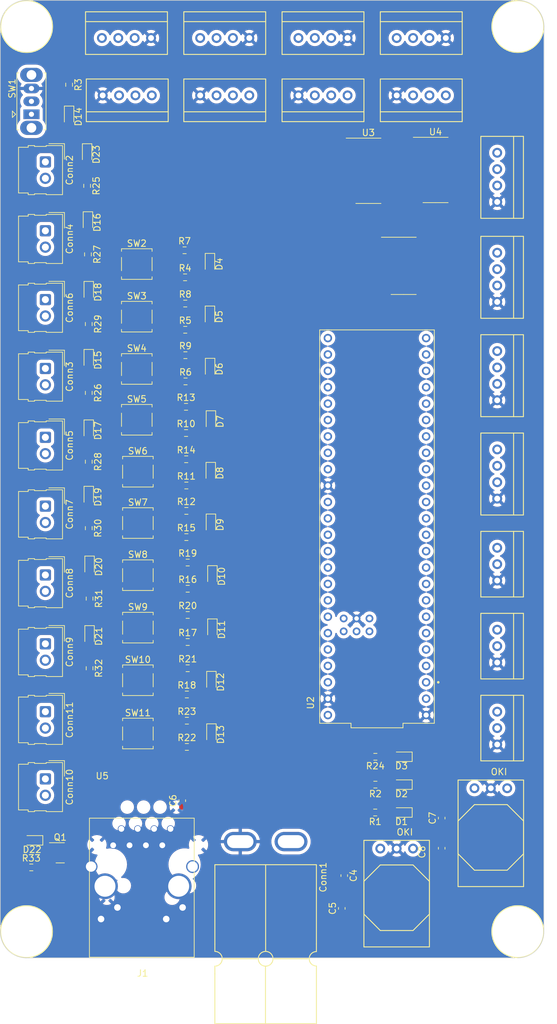
<source format=kicad_pcb>
(kicad_pcb (version 20221018) (generator pcbnew)
  (layers (0 "F.Cu" signal) (31 "B.Cu" signal) (34 "B.Paste" user) (35 "F.Paste" user) (36 "B.SilkS" user "B.Silkscreen") (37 "F.SilkS" user "F.Silkscreen") (38 "B.Mask" user) (39 "F.Mask" user) (44 "Edge.Cuts" user))
  (net 0 "")
  (net 1 "+12V")
  (net 2 "GND")
  (net 3 "+3.3V")
  (net 4 "Net-(C6-Pad2)")
  (net 5 "+5V")
  (net 6 "LIM_1")
  (net 7 "LIM_4")
  (net 8 "LIM_2")
  (net 9 "LIM_5")
  (net 10 "LIM_3")
  (net 11 "LIM_6")
  (net 12 "LIM_7")
  (net 13 "LIM_8")
  (net 14 "Net-(Q1-D)")
  (net 15 "MOCO2_FWD")
  (net 16 "MOCO2_RVS")
  (net 17 "MOCO4_FWD")
  (net 18 "MOCO4_RVS")
  (net 19 "MOCO6_FWD")
  (net 20 "MOCO6_RVS")
  (net 21 "MOCO8_FWD")
  (net 22 "MOCO8_RVS")
  (net 23 "MOCO1_FWD")
  (net 24 "MOCO1_RVS")
  (net 25 "MOCO3_FWD")
  (net 26 "MOCO3_RVS")
  (net 27 "MOCO5_FWD")
  (net 28 "MOCO5_RVS")
  (net 29 "MOCO7_FWD")
  (net 30 "MOCO7_RVS")
  (net 31 "Encoder2A")
  (net 32 "Encoder2B")
  (net 33 "Encoder1A")
  (net 34 "Encoder1B")
  (net 35 "Encoder4A")
  (net 36 "Encoder4B")
  (net 37 "Encoder3A")
  (net 38 "Encoder3B")
  (net 39 "AbsEncoder2")
  (net 40 "AbsEncoder1")
  (net 41 "Servo")
  (net 42 "Net-(D1-A)")
  (net 43 "Net-(D2-A)")
  (net 44 "Net-(D3-A)")
  (net 45 "Net-(D4-K)")
  (net 46 "Net-(D5-K)")
  (net 47 "Net-(D6-K)")
  (net 48 "Net-(D7-K)")
  (net 49 "Net-(D8-K)")
  (net 50 "Net-(D9-K)")
  (net 51 "Net-(D10-K)")
  (net 52 "Net-(D11-K)")
  (net 53 "Net-(D12-K)")
  (net 54 "Net-(D13-K)")
  (net 55 "Net-(D14-K)")
  (net 56 "Net-(D15-K)")
  (net 57 "Net-(D16-K)")
  (net 58 "Net-(D17-K)")
  (net 59 "Net-(D18-K)")
  (net 60 "Net-(D19-K)")
  (net 61 "Net-(D20-K)")
  (net 62 "Net-(D21-K)")
  (net 63 "Net-(D22-K)")
  (net 64 "Net-(D23-K)")
  (net 66 "LED")
  (net 68 "Tx+")
  (net 69 "Tx-")
  (net 71 "Rx+")
  (net 72 "Rx-")
  (net 73 "LAS")
  (net 74 "DIR_SW")
  (net 75 "B_1")
  (net 76 "B_4")
  (net 77 "B_7")
  (net 78 "B_2")
  (net 79 "B_5")
  (net 80 "B_8")
  (net 81 "B_3")
  (net 82 "B_6")
  (net 83 "B_9")
  (net 84 "B_10")
  (net 88 "B_ENC_0")
  (net 89 "B_ENC_1")
  (net 90 "B_ENC_2")
  (net 91 "B_ENC_3")
  (net 93 "Net-(U3-S2)")
  (net 94 "Net-(U3-S1)")
  (net 95 "Net-(U3-S0)")
  (net 96 "Net-(U3-GS)")
  (net 98 "Net-(U4-S2)")
  (net 99 "Net-(U4-S1)")
  (net 100 "Net-(U4-S0)")
  (net 101 "Net-(U4-GS)")
  (footprint "Resistor_SMD:R_0603_1608Metric_Pad0.98x0.95mm_HandSolder" (layer "F.Cu") (at 70.8425 172.466)
    (fp_text reference "R33" (at 0 -1.43) (layer "F.SilkS"))
    (fp_text value "1k")
    (pad "1" smd roundrect (at -0.9125 0) (size 0.975 0.95) (layers "F.Cu" "F.Paste" "F.Mask") (net 14 "Net-(Q1-D)"))
    (pad "2" smd roundrect (at 0.9125 0) (size 0.975 0.95) (layers "F.Cu" "F.Paste" "F.Mask") (net 63 "Net-(D22-K)"))
  )
  (footprint "LED_SMD:LED_0603_1608Metric_Pad1.05x0.95mm_HandSolder" (layer "F.Cu") (at 79.883 136.6615 -90)
    (fp_text reference "D21" (at 0 -1.43 90) (layer "F.SilkS"))
    (fp_text value "Blue")
    (pad "1" smd roundrect (at -0.875 0 270) (size 1.05 0.95) (layers "F.Cu" "F.Paste" "F.Mask") (net 62 "Net-(D21-K)"))
    (pad "2" smd roundrect (at 0.875 0 270) (size 1.05 0.95) (layers "F.Cu" "F.Paste" "F.Mask") (net 13 "LIM_8"))
  )
  (footprint "Resistor_SMD:R_0603_1608Metric_Pad0.98x0.95mm_HandSolder" (layer "F.Cu") (at 94.8417 101.092)
    (fp_text reference "R13" (at 0 -1.43) (layer "F.SilkS"))
    (fp_text value "120")
    (pad "1" smd roundrect (at -0.9125 0) (size 0.975 0.95) (layers "F.Cu" "F.Paste" "F.Mask") (net 48 "Net-(D7-K)"))
    (pad "2" smd roundrect (at 0.9125 0) (size 0.975 0.95) (layers "F.Cu" "F.Paste" "F.Mask") (net 78 "B_2"))
  )
  (footprint "Resistor_SMD:R_0603_1608Metric_Pad0.98x0.95mm_HandSolder" (layer "F.Cu") (at 95.0995 125.222)
    (fp_text reference "R19" (at 0 -1.43) (layer "F.SilkS"))
    (fp_text value "120")
    (pad "1" smd roundrect (at -0.9125 0) (size 0.975 0.95) (layers "F.Cu" "F.Paste" "F.Mask") (net 51 "Net-(D10-K)"))
    (pad "2" smd roundrect (at 0.9125 0) (size 0.975 0.95) (layers "F.Cu" "F.Paste" "F.Mask") (net 81 "B_3"))
  )
  (footprint "Resistor_SMD:R_0603_1608Metric_Pad0.98x0.95mm_HandSolder" (layer "F.Cu") (at 94.695 81.026)
    (fp_text reference "R4" (at 0 -1.43) (layer "F.SilkS"))
    (fp_text value "4.7k")
    (pad "1" smd roundrect (at -0.9125 0) (size 0.975 0.95) (layers "F.Cu" "F.Paste" "F.Mask") (net 3 "+3.3V"))
    (pad "2" smd roundrect (at 0.9125 0) (size 0.975 0.95) (layers "F.Cu" "F.Paste" "F.Mask") (net 75 "B_1"))
  )
  (footprint "MRDT_Connectors:MOLEX_SL_04_Vertical" (layer "F.Cu") (at 143.1036 107.696 -90)
    (fp_text reference "Conn22" hide)
    (fp_text value "Molex_SL_04")
    (pad "1" thru_hole circle (at 0 0 270) (size 1.524 1.524) (drill 0.9) (layers "*.Cu" "*.Mask") (net 3 "+3.3V"))
    (pad "2" thru_hole circle (at 2.54 0 270) (size 1.524 1.524) (drill 0.9) (layers "*.Cu" "*.Mask") (net 35 "Encoder4A"))
    (pad "3" thru_hole circle (at 5.08 0 270) (size 1.524 1.524) (drill 0.9) (layers "*.Cu" "*.Mask") (net 36 "Encoder4B"))
    (pad "4" thru_hole circle (at 7.62 0 270) (size 1.524 1.524) (drill 0.9) (layers "*.Cu" "*.Mask") (net 2 "GND"))
    (pad "4" thru_hole circle (at 7.62 0 270) (size 1.524 1.524) (drill 0.9) (layers "*.Cu" "*.Mask") (net 2 "GND"))
  )
  (footprint "Resistor_SMD:R_0603_1608Metric_Pad0.98x0.95mm_HandSolder" (layer "F.Cu") (at 79.756 98.933 -90)
    (fp_text reference "R26" (at 0 -1.43 90) (layer "F.SilkS"))
    (fp_text value "120")
    (pad "1" smd roundrect (at -0.9125 0 270) (size 0.975 0.95) (layers "F.Cu" "F.Paste" "F.Mask") (net 56 "Net-(D15-K)"))
    (pad "2" smd roundrect (at 0.9125 0 270) (size 0.975 0.95) (layers "F.Cu" "F.Paste" "F.Mask") (net 2 "GND"))
  )
  (footprint "LED_SMD:LED_0603_1608Metric_Pad1.05x0.95mm_HandSolder" (layer "F.Cu") (at 79.756 93.8625 -90)
    (fp_text reference "D15" (at 0 -1.43 90) (layer "F.SilkS"))
    (fp_text value "Blue")
    (pad "1" smd roundrect (at -0.875 0 270) (size 1.05 0.95) (layers "F.Cu" "F.Paste" "F.Mask") (net 56 "Net-(D15-K)"))
    (pad "2" smd roundrect (at 0.875 0 270) (size 1.05 0.95) (layers "F.Cu" "F.Paste" "F.Mask") (net 7 "LIM_4"))
  )
  (footprint "Resistor_SMD:R_0603_1608Metric_Pad0.98x0.95mm_HandSolder" (layer "F.Cu") (at 94.7185 89.154)
    (fp_text reference "R5" (at 0 -1.43) (layer "F.SilkS"))
    (fp_text value "4.7k")
    (pad "1" smd roundrect (at -0.9125 0) (size 0.975 0.95) (layers "F.Cu" "F.Paste" "F.Mask") (net 3 "+3.3V"))
    (pad "2" smd roundrect (at 0.9125 0) (size 0.975 0.95) (layers "F.Cu" "F.Paste" "F.Mask") (net 76 "B_4"))
  )
  (footprint "LED_SMD:LED_0603_1608Metric_Pad1.05x0.95mm_HandSolder" (layer "F.Cu") (at 79.756 104.7845 -90)
    (fp_text reference "D17" (at 0 -1.43 90) (layer "F.SilkS"))
    (fp_text value "Blue")
    (pad "1" smd roundrect (at -0.875 0 270) (size 1.05 0.95) (layers "F.Cu" "F.Paste" "F.Mask") (net 58 "Net-(D17-K)"))
    (pad "2" smd roundrect (at 0.875 0 270) (size 1.05 0.95) (layers "F.Cu" "F.Paste" "F.Mask") (net 9 "LIM_5"))
  )
  (footprint "LED_SMD:LED_0603_1608Metric_Pad1.05x0.95mm_HandSolder" (layer "F.Cu") (at 98.933 127.367 -90)
    (fp_text reference "D10" (at 0 -1.43 90) (layer "F.SilkS"))
    (fp_text value "Blue")
    (pad "1" smd roundrect (at -0.875 0 270) (size 1.05 0.95) (layers "F.Cu" "F.Paste" "F.Mask") (net 51 "Net-(D10-K)"))
    (pad "2" smd roundrect (at 0.875 0 270) (size 1.05 0.95) (layers "F.Cu" "F.Paste" "F.Mask") (net 3 "+3.3V"))
  )
  (footprint "Resistor_SMD:R_0603_1608Metric_Pad0.98x0.95mm_HandSolder" (layer "F.Cu") (at 94.9687 145.669)
    (fp_text reference "R18" (at 0 -1.43) (layer "F.SilkS"))
    (fp_text value "4.7k")
    (pad "1" smd roundrect (at -0.9125 0) (size 0.975 0.95) (layers "F.Cu" "F.Paste" "F.Mask") (net 3 "+3.3V"))
    (pad "2" smd roundrect (at 0.9125 0) (size 0.975 0.95) (layers "F.Cu" "F.Paste" "F.Mask") (net 83 "B_9"))
  )
  (footprint "Resistor_SMD:R_0603_1608Metric_Pad0.98x0.95mm_HandSolder" (layer "F.Cu") (at 94.7185 85.09)
    (fp_text reference "R8" (at 0 -1.43) (layer "F.SilkS"))
    (fp_text value "120")
    (pad "1" smd roundrect (at -0.9125 0) (size 0.975 0.95) (layers "F.Cu" "F.Paste" "F.Mask") (net 46 "Net-(D5-K)"))
    (pad "2" smd roundrect (at 0.9125 0) (size 0.975 0.95) (layers "F.Cu" "F.Paste" "F.Mask") (net 76 "B_4"))
  )
  (footprint "LED_SMD:LED_0603_1608Metric_Pad1.05x0.95mm_HandSolder" (layer "F.Cu") (at 98.7787 143.75 -90)
    (fp_text reference "D12" (at 0 -1.43 90) (layer "F.SilkS"))
    (fp_text value "Blue")
    (pad "1" smd roundrect (at -0.875 0 270) (size 1.05 0.95) (layers "F.Cu" "F.Paste" "F.Mask") (net 53 "Net-(D12-K)"))
    (pad "2" smd roundrect (at 0.875 0 270) (size 1.05 0.95) (layers "F.Cu" "F.Paste" "F.Mask") (net 3 "+3.3V"))
  )
  (footprint "MRDT_Connectors:MOLEX_SL_04_Vertical" (layer "F.Cu") (at 97.035 43.942)
    (fp_text reference "Conn12" hide)
    (fp_text value "Molex_SL_04")
    (pad "1" thru_hole circle (at 0 0) (size 1.524 1.524) (drill 0.9) (layers "*.Cu" "*.Mask") (net 3 "+3.3V"))
    (pad "2" thru_hole circle (at 2.54 0) (size 1.524 1.524) (drill 0.9) (layers "*.Cu" "*.Mask") (net 15 "MOCO2_FWD"))
    (pad "3" thru_hole circle (at 5.08 0) (size 1.524 1.524) (drill 0.9) (layers "*.Cu" "*.Mask") (net 16 "MOCO2_RVS"))
    (pad "4" thru_hole circle (at 7.62 0) (size 1.524 1.524) (drill 0.9) (layers "*.Cu" "*.Mask") (net 2 "GND"))
    (pad "4" thru_hole circle (at 7.62 0) (size 1.524 1.524) (drill 0.9) (layers "*.Cu" "*.Mask") (net 2 "GND"))
  )
  (footprint "Resistor_SMD:R_0603_1608Metric_Pad0.98x0.95mm_HandSolder" (layer "F.Cu") (at 94.8925 121.285)
    (fp_text reference "R15" (at 0 -1.43) (layer "F.SilkS"))
    (fp_text value "120")
    (pad "1" smd roundrect (at -0.9125 0) (size 0.975 0.95) (layers "F.Cu" "F.Paste" "F.Mask") (net 50 "Net-(D9-K)"))
    (pad "2" smd roundrect (at 0.9125 0) (size 0.975 0.95) (layers "F.Cu" "F.Paste" "F.Mask") (net 80 "B_8"))
  )
  (footprint "Capacitor_SMD:C_0603_1608Metric_Pad1.08x0.95mm_HandSolder" (layer "F.Cu") (at 119.38 173.736 -90)
    (fp_text reference "C4" (at 0 -1.43 90) (layer "F.SilkS"))
    (fp_text value "10uF")
    (pad "1" smd roundrect (at -0.8625 0 270) (size 1.075 0.95) (layers "F.Cu" "F.Paste" "F.Mask") (net 1 "+12V"))
    (pad "2" smd roundrect (at 0.8625 0 270) (size 1.075 0.95) (layers "F.Cu" "F.Paste" "F.Mask") (net 2 "GND"))
  )
  (footprint "LED_SMD:LED_0603_1608Metric_Pad1.05x0.95mm_HandSolder" (layer "F.Cu") (at 98.7825 151.878 -90)
    (fp_text reference "D13" (at 0 -1.43 90) (layer "F.SilkS"))
    (fp_text value "Blue")
    (pad "1" smd roundrect (at -0.875 0 270) (size 1.05 0.95) (layers "F.Cu" "F.Paste" "F.Mask") (net 54 "Net-(D13-K)"))
    (pad "2" smd roundrect (at 0.875 0 270) (size 1.05 0.95) (layers "F.Cu" "F.Paste" "F.Mask") (net 3 "+3.3V"))
  )
  (footprint "Resistor_SMD:R_0603_1608Metric_Pad0.98x0.95mm_HandSolder" (layer "F.Cu") (at 79.756 88.265 -90)
    (fp_text reference "R29" (at 0 -1.43 90) (layer "F.SilkS"))
    (fp_text value "120")
    (pad "1" smd roundrect (at -0.9125 0 270) (size 0.975 0.95) (layers "F.Cu" "F.Paste" "F.Mask") (net 59 "Net-(D18-K)"))
    (pad "2" smd roundrect (at 0.9125 0 270) (size 0.975 0.95) (layers "F.Cu" "F.Paste" "F.Mask") (net 2 "GND"))
  )
  (footprint "MRDT_Drill_Holes:4_40_Hole_Corner" (layer "F.Cu") (at 74.11212 178.41468 180)
    (fp_text reference "V3" hide)
    (fp_text value "Via" hide)
    (pad "" np_thru_hole circle (at 4.00812 -4.00812 180) (size 2.9464 2.9464) (drill 2.9464) (layers "*.Cu" "*.Mask") (clearance 2.5))
  )
  (footprint "LED_SMD:LED_0603_1608Metric_Pad1.05x0.95mm_HandSolder" (layer "F.Cu") (at 79.883 125.8805 -90)
    (fp_text reference "D20" (at 0 -1.43 90) (layer "F.SilkS"))
    (fp_text value "Blue")
    (pad "1" smd roundrect (at -0.875 0 270) (size 1.05 0.95) (layers "F.Cu" "F.Paste" "F.Mask") (net 61 "Net-(D20-K)"))
    (pad "2" smd roundrect (at 0.875 0 270) (size 1.05 0.95) (layers "F.Cu" "F.Paste" "F.Mask") (net 12 "LIM_7"))
  )
  (footprint "Capacitor_SMD:C_0603_1608Metric_Pad1.08x0.95mm_HandSolder" (layer "F.Cu") (at 94.2594 162.1282 90)
    (fp_text reference "C6" (at 0 -1.43 90) (layer "F.SilkS"))
    (fp_text value "0.1uF")
    (pad "1" smd roundrect (at -0.8625 0 90) (size 1.075 0.95) (layers "F.Cu" "F.Paste" "F.Mask") (net 2 "GND"))
    (pad "2" smd roundrect (at 0.8625 0 90) (size 1.075 0.95) (layers "F.Cu" "F.Paste" "F.Mask") (net 4 "Net-(C6-Pad2)"))
  )
  (footprint "LED_SMD:LED_0603_1608Metric_Pad1.05x0.95mm_HandSolder" (layer "F.Cu") (at 98.552 87.136 -90)
    (fp_text reference "D5" (at 0 -1.43 90) (layer "F.SilkS"))
    (fp_text value "Blue")
    (pad "1" smd roundrect (at -0.875 0 270) (size 1.05 0.95) (layers "F.Cu" "F.Paste" "F.Mask") (net 46 "Net-(D5-K)"))
    (pad "2" smd roundrect (at 0.875 0 270) (size 1.05 0.95) (layers "F.Cu" "F.Paste" "F.Mask") (net 3 "+3.3V"))
  )
  (footprint "MRDT_Connectors:MOLEX_SL_04_Vertical" (layer "F.Cu") (at 127.515 43.942)
    (fp_text reference "Conn13" hide)
    (fp_text value "Molex_SL_04")
    (pad "1" thru_hole circle (at 0 0) (size 1.524 1.524) (drill 0.9) (layers "*.Cu" "*.Mask") (net 3 "+3.3V"))
    (pad "2" thru_hole circle (at 2.54 0) (size 1.524 1.524) (drill 0.9) (layers "*.Cu" "*.Mask") (net 17 "MOCO4_FWD"))
    (pad "3" thru_hole circle (at 5.08 0) (size 1.524 1.524) (drill 0.9) (layers "*.Cu" "*.Mask") (net 18 "MOCO4_RVS"))
    (pad "4" thru_hole circle (at 7.62 0) (size 1.524 1.524) (drill 0.9) (layers "*.Cu" "*.Mask") (net 2 "GND"))
    (pad "4" thru_hole circle (at 7.62 0) (size 1.524 1.524) (drill 0.9) (layers "*.Cu" "*.Mask") (net 2 "GND"))
  )
  (footprint "MRDT_Devices:OKI_Horizontal" (layer "F.Cu") (at 139.573 160.1978)
    (fp_text reference "U6" hide)
    (fp_text value "OKI" (at 3.81 -2.54) (layer "F.SilkS"))
    (pad "1" thru_hole circle (at 0 0) (size 1.524 1.524) (drill 0.889) (layers "*.Cu" "*.Mask") (net 1 "+12V"))
    (pad "2" thru_hole circle (at 2.54 0) (size 1.524 1.524) (drill 0.889) (layers "*.Cu" "*.Mask") (net 2 "GND"))
    (pad "3" thru_hole circle (at 5.08 0) (size 1.524 1.524) (drill 0.889) (layers "*.Cu" "*.Mask") (net 5 "+5V"))
  )
  (footprint "MRDT_Devices:OKI_Horizontal" (layer "F.Cu") (at 124.968 169.545)
    (fp_text reference "U1" hide)
    (fp_text value "OKI" (at 3.81 -2.54) (layer "F.SilkS"))
    (pad "1" thru_hole circle (at 0 0) (size 1.524 1.524) (drill 0.889) (layers "*.Cu" "*.Mask") (net 1 "+12V"))
    (pad "2" thru_hole circle (at 2.54 0) (size 1.524 1.524) (drill 0.889) (layers "*.Cu" "*.Mask") (net 2 "GND"))
    (pad "3" thru_hole circle (at 5.08 0) (size 1.524 1.524) (drill 0.889) (layers "*.Cu" "*.Mask") (net 3 "+3.3V"))
  )
  (footprint "LED_SMD:LED_0603_1608Metric_Pad1.05x0.95mm_HandSolder" (layer "F.Cu") (at 98.7025 103.364 -90)
    (fp_text reference "D7" (at 0 -1.43 90) (layer "F.SilkS"))
    (fp_text value "Blue")
    (pad "1" smd roundrect (at -0.875 0 270) (size 1.05 0.95) (layers "F.Cu" "F.Paste" "F.Mask") (net 48 "Net-(D7-K)"))
    (pad "2" smd roundrect (at 0.875 0 270) (size 1.05 0.95) (layers "F.Cu" "F.Paste" "F.Mask") (net 3 "+3.3V"))
  )
  (footprint "MRDT_Drill_Holes:4_40_Hole_Corner" (layer "F.Cu") (at 142.2908 46.17212)
    (fp_text reference "V4" hide)
    (fp_text value "Via" hide)
    (pad "" np_thru_hole circle (at 4.00812 -4.00812) (size 2.9464 2.9464) (drill 2.9464) (layers "*.Cu" "*.Mask") (clearance 2.5))
  )
  (footprint "Resistor_SMD:R_0603_1608Metric_Pad0.98x0.95mm_HandSolder" (layer "F.Cu") (at 124.206 155.321 180)
    (fp_text reference "R24" (at 0 -1.43) (layer "F.SilkS"))
    (fp_text value "300")
    (pad "1" smd roundrect (at -0.9125 0 180) (size 0.975 0.95) (layers "F.Cu" "F.Paste" "F.Mask") (net 5 "+5V"))
    (pad "2" smd roundrect (at 0.9125 0 180) (size 0.975 0.95) (layers "F.Cu" "F.Paste" "F.Mask") (net 43 "Net-(D2-A)"))
  )
  (footprint "Capacitor_SMD:C_0603_1608Metric_Pad1.08x0.95mm_HandSolder" (layer "F.Cu") (at 134.493 164.8228 90)
    (fp_text reference "C7" (at 0 -1.43 90) (layer "F.SilkS"))
    (fp_text value "10uF")
    (pad "1" smd roundrect (at -0.8625 0 90) (size 1.075 0.95) (layers "F.Cu" "F.Paste" "F.Mask") (net 1 "+12V"))
    (pad "2" smd roundrect (at 0.8625 0 90) (size 1.075 0.95) (layers "F.Cu" "F.Paste" "F.Mask") (net 2 "GND"))
  )
  (footprint "MRDT_Drill_Holes:4_40_Hole_Corner" (layer "F.Cu") (at 74.1313 46.17212 90)
    (fp_text reference "V2" hide)
    (fp_text value "Via" hide)
    (pad "" np_thru_hole circle (at 4.00812 -4.00812 90) (size 2.9464 2.9464) (drill 2.9464) (layers "*.Cu" "*.Mask") (clearance 2.5))
  )
  (footprint "Connector_Molex:Molex_SL_171971-0002_1x02_P2.54mm_Vertical" (layer "F.Cu") (at 73.025 73.8105 -90)
    (fp_text reference "Conn4" (at 1.27 -3.75 90) (layer "F.SilkS"))
    (fp_text value "Molex_SL_02")
    (pad "1" thru_hole roundrect (at 0 0 270) (size 1.74 1.74) (drill 1.09) (layers "*.Cu" "*.Mask") (roundrect_rratio 0.143678) (net 3 "+3.3V"))
    (pad "2" thru_hole circle (at 2.54 0 270) (size 1.74 1.74) (drill 1.09) (layers "*.Cu" "*.Mask") (net 8 "LIM_2"))
  )
  (footprint "Resistor_SMD:R_0603_1608Metric_Pad0.98x0.95mm_HandSolder" (layer "F.Cu") (at 124.1825 163.957 180)
    (fp_text reference "R1" (at 0 -1.43) (layer "F.SilkS"))
    (fp_text value "1k")
    (pad "1" smd roundrect (at -0.9125 0 180) (size 0.975 0.95) (layers "F.Cu" "F.Paste" "F.Mask") (net 1 "+12V"))
    (pad "2" smd roundrect (at 0.9125 0 180) (size 0.975 0.95) (layers "F.Cu" "F.Paste" "F.Mask") (net 42 "Net-(D1-A)"))
  )
  (footprint "MRDT_Shields:Teensy_4_1_Ethernet" (layer "F.Cu") (at 124.46 119.65 90)
    (fp_text reference "U2" (at -27.305 -10.295 90) (layer "F.SilkS"))
    (fp_text value "Teensy4.1_DEV-16771")
    (pad "0" thru_hole circle (at -26.67 7.62 90) (size 1.308 1.308) (drill 0.8) (layers "*.Cu" "*.Mask") (net 23 "MOCO1_FWD"))
    (pad "1" thru_hole circle (at -24.13 7.62 90) (size 1.308 1.308) (drill 0.8) (layers "*.Cu" "*.Mask") (net 24 "MOCO1_RVS"))
    (pad "2" thru_hole circle (at -21.59 7.62 90) (size 1.308 1.308) (drill 0.8) (layers "*.Cu" "*.Mask") (net 19 "MOCO6_FWD"))
    (pad "3" thru_hole circle (at -19.05 7.62 90) (size 1.308 1.308) (drill 0.8) (layers "*.Cu" "*.Mask") (net 15 "MOCO2_FWD"))
    (pad "3.3V_1" thru_hole circle (at 6.35 7.62 90) (size 1.308 1.308) (drill 0.8) (layers "*.Cu" "*.Mask"))
    (pad "3.3V_2" thru_hole circle (at -24.13 -7.62 90) (size 1.308 1.308) (drill 0.8) (layers "*.Cu" "*.Mask"))
    (pad "4" thru_hole circle (at -16.51 7.62 90) (size 1.308 1.308) (drill 0.8) (layers "*.Cu" "*.Mask") (net 16 "MOCO2_RVS"))
    (pad "5" thru_hole circle (at -13.97 7.62 90) (size 1.308 1.308) (drill 0.8) (layers "*.Cu" "*.Mask"))
    (pad "6" thru_hole circle (at -11.43 7.62 90) (size 1.308 1.308) (drill 0.8) (layers "*.Cu" "*.Mask") (net 20 "MOCO6_RVS"))
    (pad "7" thru_hole circle (at -8.89 7.62 90) (size 1.308 1.308) (drill 0.8) (layers "*.Cu" "*.Mask") (net 28 "MOCO5_RVS"))
    (pad "8" thru_hole circle (at -6.35 7.62 90) (size 1.308 1.308) (drill 0.8) (layers "*.Cu" "*.Mask") (net 27 "MOCO5_FWD"))
    (pad "9" thru_hole circle (at -3.81 7.62 90) (size 1.308 1.308) (drill 0.8) (layers "*.Cu" "*.Mask") (net 29 "MOCO7_FWD"))
    (pad "10" thru_hole circle (at -1.27 7.62 90) (size 1.308 1.308) (drill 0.8) (layers "*.Cu" "*.Mask"))
    (pad "11" thru_hole circle (at 1.27 7.62 90) (size 1.308 1.308) (drill 0.8) (layers "*.Cu" "*.Mask") (net 39 "AbsEncoder2"))
    (pad "12" thru_hole circle (at 3.81 7.62 90) (size 1.308 1.308) (drill 0.8) (layers "*.Cu" "*.Mask") (net 40 "AbsEncoder1"))
    (pad "13" thru_hole circle (at 3.81 -7.62 90) (size 1.308 1.308) (drill 0.8) (layers "*.Cu" "*.Mask") (net 26 "MOCO3_RVS"))
    (pad "14" thru_hole circle (at 1.27 -7.62 90) (size 1.308 1.308) (drill 0.8) (layers "*.Cu" "*.Mask") (net 88 "B_ENC_0"))
    (pad "15" thru_hole circle (at -1.27 -7.62 90) (size 1.308 1.308) (drill 0.8) (layers "*.Cu" "*.Mask") (net 89 "B_ENC_1"))
    (pad "16" thru_hole circle (at -3.81 -7.62 90) (size 1.308 1.308) (drill 0.8) (layers "*.Cu" "*.Mask") (net 90 "B_ENC_2"))
    (pad "17" thru_hole circle (at -6.35 -7.62 90) (size 1.308 1.308) (drill 0.8) (layers "*.Cu" "*.Mask") (net 91 "B_ENC_3"))
    (pad "18" thru_hole circle (at -8.89 -7.62 90) (size 1.308 1.308) (drill 0.8) (layers "*.Cu" "*.Mask") (net 17 "MOCO4_FWD"))
    (pad "19" thru_hole circle (at -11.43 -7.62 90) (size 1.308 1.308) (drill 0.8) (layers "*.Cu" "*.Mask") (net 18 "MOCO4_RVS"))
    (pad "20" thru_hole circle (at -13.97 -7.62 90) (size 1.308 1.308) (drill 0.8) (layers "*.Cu" "*.Mask") (net 41 "Servo"))
    (pad "21" thru_hole circle (at -16.51 -7.62 90) (size 1.308 1.308) (drill 0.8) (layers "*.Cu" "*.Mask") (net 74 "DIR_SW"))
    (pad "22" thru_hole circle (at -19.05 -7.62 90) (size 1.308 1.308) (drill 0.8) (layers "*.Cu" "*.Mask") (net 30 "MOCO7_RVS"))
    (pad "23" thru_hole circle (at -21.59 -7.62 90) (size 1.308 1.308) (drill 0.8) (layers "*.Cu" "*.Mask") (net 73 "LAS"))
    (pad "24" thru_hole circle (at 8.89 7.62 90) (size 1.308 1.308) (drill 0.8) (layers "*.Cu" "*.Mask") (net 36 "Encoder4B"))
    (pad "25" thru_hole circle (at 11.43 7.62 90) (size 1.308 1.308) (drill 0.8) (layers "*.Cu" "*.Mask") (net 35 "Encoder4A"))
    (pad "26" thru_hole circle (at 13.97 7.62 90) (size 1.308 1.308) (drill 0.8) (layers "*.Cu" "*.Mask") (net 38 "Encoder3B"))
    (pad "27" thru_hole circle (at 16.51 7.62 90) (size 1.308 1.308) (drill 0.8) (layers "*.Cu" "*.Mask") (net 37 "Encoder3A"))
    (pad "28" thru_hole circle (at 19.05 7.62 90) (size 1.308 1.308) (drill 0.8) (layers "*.Cu" "*.Mask") (net 10 "LIM_3"))
    (pad "29" thru_hole circle (at 21.59 7.62 90) (size 1.308 1.308) (drill 0.8) (layers "*.Cu" "*.Mask") (net 7 "LIM_4"))
    (pad "30" thru_hole circle (at 24.13 7.62 90) (size 1.308 1.308) (drill 0.8) (layers "*.Cu" "*.Mask") (net 12 "LIM_7"))
    (pad "31" thru_hole circle (at 26.67 7.62 90) (size 1.308 1.308) (drill 0.8) (layers "*.Cu" "*.Mask") (net 13 "LIM_8"))
    (pad "32" thru_hole circle (at 29.21 7.62 90) (size 1.308 1.308) (drill 0.8) (layers "*.Cu" "*.Mask"))
    (pad "33" thru_hole circle (at 29.21 -7.62 90) (size 1.308 1.308) (drill 0.8) (layers "*.Cu" "*.Mask") (net 25 "MOCO3_FWD"))
    (pad "34" thru_hole circle (at 26.67 -7.62 90) (size 1.308 1.308) (drill 0.8) (layers "*.Cu" "*.Mask") (net 9 "LIM_5"))
    (pad "35" thru_hole circle (at 24.13 -7.62 90) (size 1.308 1.308) (drill 0.8) (layers "*.Cu" "*.Mask") (net 11 "LIM_6"))
    (pad "36" thru_hole circle (at 21.59 -7.62 90) (size 1.308 1.308) (drill 0.8) (layers "*.Cu" "*.Mask") (net 22 "MOCO8_RVS"))
    (pad "37" thru_hole circle (at 19.05 -7.62 90) (size 1.308 1.308) (drill 0.8) (layers "*.Cu" "*.Mask") (net 21 "MOCO8_FWD"))
    (pad "38" thru_hole circle (at 16.51 -7.62 90) (size 1.308 1.308) (drill 0.8) (layers "*.Cu" "*.Mask") (net 32 "Encoder2B"))
    (pad "39" thru_hole circle (at 13.97 -7.62 90) (size 1.308 1.308) (drill 0.8) (layers "*.Cu" "*.Mask") (net 31 "Encoder2A"))
    (pad "40" thru_hole circle (at 11.43 -7.62 90) (size 1.308 1.308) (drill 0.8) (layers "*.Cu" "*.Mask") (net 34 "Encoder1B"))
    (pad "41" thru_hole circle (at 8.89 -7.62 90) (size 1.308 1.308) (drill 0.8) (layers "*.Cu" "*.Mask") (net 33 "Encoder1A"))
    (pad "GND1" thru_hole circle (at -29.21 7.62 90) (size 1.308 1.308) (drill 0.8) (layers "*.Cu" "*.Mask") (net 2 "GND"))
    (pad "GND2" thru_hole circle (at 6.35 -7.62 90) (size 1.308 1.308) (drill 0.8) (layers "*.Cu" "*.Mask") (net 2 "GND"))
    (pad "GND3" thru_hole circle (at -26.67 -7.62 90) (size 1.308 1.308) (drill 0.8) (layers "*.Cu" "*.Mask") (net 2 "GND"))
    (pad "GND5" thru_hole circle (at -14.24 -3.17 90) (size 1.208 1.208) (drill 0.7) (layers "*.Cu" "*.Mask") (net 2 "GND"))
    (pad "LED" thru_hole circle (at -16.24 -3.17 90) (size 1.208 1.208) (drill 0.7) (layers "*.Cu" "*.Mask") (net 66 "LED"))
    (pad "R+" thru_hole circle (at -16.24 -5.17 90) (size 1.208 1.208) (drill 0.7) (layers "*.Cu" "*.Mask") (net 71 "Rx+"))
    (pad "R-" thru_hole circle (at -14.24 -5.17 90) (size 1.208 1.208) (drill 0.7) (layers "*.Cu" "*.Mask") (net 72 "Rx-"))
    (pad "T+" thru_hole circle (at -14.24 -1.17 90) (size 1.208 1.208) (drill 0.7) (layers "*.Cu" "*.Mask") (net 68 "Tx+"))
    (pad "T-" thru_hole circle (at -16.24 -1.17 90) (size 1.208 1.208) (drill 0.7) (layers "*.Cu" "*.Mask") (net 69 "Tx-"))
    (pad "VIN" thru_hole circle (at -29.21 -7.62 90) (size 1.308 1.308) (drill 0.8) (layers "*.Cu" "*.Mask") (net 5 "+5V"))
  )
  (footprint "LED_SMD:LED_0603_1608Metric_Pad1.05x0.95mm_HandSolder" (layer "F.Cu") (at 76.708 56.148 -90)
    (fp_text reference "D14" (at 0 -1.43 90) (layer "F.SilkS"))
    (fp_text value "Blue")
    (pad "1" smd roundrect (at -0.875 0 270) (size 1.05 0.95) (layers "F.Cu" "F.Paste" "F.Mask") (net 55 "Net-(D14-K)"))
    (pad "2" smd roundrect (at 0.875 0 270) (size 1.05 0.95) (layers "F.Cu" "F.Paste" "F.Mask") (net 3 "+3.3V"))
  )
  (footprint "MRDT_Connectors:MOLEX_SL_04_Vertical" (layer "F.Cu") (at 119.895 52.832 180)
    (fp_text reference "Conn14" hide)
    (fp_text value "Molex_SL_04")
    (pad "1" thru_hole circle (at 0 0 180) (size 1.524 1.524) (drill 0.9) (layers "*.Cu" "*.Mask") (net 3 "+3.3V"))
    (pad "2" thru_hole circle (at 2.54 0 180) (size 1.524 1.524) (drill 0.9) (layers "*.Cu" "*.Mask") (net 19 "MOCO6_FWD"))
    (pad "3" thru_hole circle (at 5.08 0 180) (size 1.524 1.524) (drill 0.9) (layers "*.Cu" "*.Mask") (net 20 "MOCO6_RVS"))
    (pad "4" thru_hole circle (at 7.62 0 180) (size 1.524 1.524) (drill 0.9) (layers "*.Cu" "*.Mask") (net 2 "GND"))
    (pad "4" thru_hole circle (at 7.62 0 180) (size 1.524 1.524) (drill 0.9) (layers "*.Cu" "*.Mask") (net 2 "GND"))
  )
  (footprint "Resistor_SMD:R_0603_1608Metric_Pad0.98x0.95mm_HandSolder" (layer "F.Cu") (at 94.8906 113.284)
    (fp_text reference "R11" (at 0 -1.43) (layer "F.SilkS"))
    (fp_text value "4.7k")
    (pad "1" smd roundrect (at -0.9125 0) (size 0.975 0.95) (layers "F.Cu" "F.Paste" "F.Mask") (net 3 "+3.3V"))
    (pad "2" smd roundrect (at 0.9125 0) (size 0.975 0.95) (layers "F.Cu" "F.Paste" "F.Mask") (net 79 "B_5"))
  )
  (footprint "Resistor_SMD:R_0603_1608Metric_Pad0.98x0.95mm_HandSolder" (layer "F.Cu") (at 94.8455 105.156)
    (fp_text reference "R10" (at 0 -1.43) (layer "F.SilkS"))
    (fp_text value "4.7k")
    (pad "1" smd roundrect (at -0.9125 0) (size 0.975 0.95) (layers "F.Cu" "F.Paste" "F.Mask") (net 3 "+3.3V"))
    (pad "2" smd roundrect (at 0.9125 0) (size 0.975 0.95) (layers "F.Cu" "F.Paste" "F.Mask") (net 78 "B_2"))
  )
  (footprint "Resistor_SMD:R_0603_1608Metric_Pad0.98x0.95mm_HandSolder" (layer "F.Cu") (at 94.7636 97.155)
    (fp_text reference "R6" (at 0 -1.43) (layer "F.SilkS"))
    (fp_text value "4.7k")
    (pad "1" smd roundrect (at -0.9125 0) (size 0.975 0.95) (layers "F.Cu" "F.Paste" "F.Mask") (net 3 "+3.3V"))
    (pad "2" smd roundrect (at 0.9125 0) (size 0.975 0.95) (layers "F.Cu" "F.Paste" "F.Mask") (net 77 "B_7"))
  )
  (footprint "Button_Switch_SMD:SW_SPST_TL3305A" (layer "F.Cu") (at 87.205 78.97)
    (fp_text reference "SW2" (at 0 -3.2) (layer "F.SilkS"))
    (fp_text value "SW_Push")
    (pad "1" smd rect (at -3.6 -1.5) (size 1.6 1.4) (layers "F.Cu" "F.Paste" "F.Mask") (net 2 "GND"))
    (pad "1" smd rect (at 3.6 -1.5) (size 1.6 1.4) (layers "F.Cu" "F.Paste" "F.Mask") (net 2 "GND"))
    (pad "2" smd rect (at -3.6 1.5) (size 1.6 1.4) (layers "F.Cu" "F.Paste" "F.Mask") (net 75 "B_1"))
    (pad "2" smd rect (at 3.6 1.5) (size 1.6 1.4) (layers "F.Cu" "F.Paste" "F.Mask") (net 75 "B_1"))
  )
  (footprint "Resistor_SMD:R_0603_1608Metric_Pad0.98x0.95mm_HandSolder" (layer "F.Cu") (at 79.883 141.605 -90)
    (fp_text reference "R32" (at 0 -1.43 90) (layer "F.SilkS"))
    (fp_text value "120")
    (pad "1" smd roundrect (at -0.9125 0 270) (size 0.975 0.95) (layers "F.Cu" "F.Paste" "F.Mask") (net 62 "Net-(D21-K)"))
    (pad "2" smd roundrect (at 0.9125 0 270) (size 0.975 0.95) (layers "F.Cu" "F.Paste" "F.Mask") (net 2 "GND"))
  )
  (footprint "Package_SO:SOIC-16_3.9x9.9mm_P1.27mm" (layer "F.Cu") (at 133.539 64.389)
    (fp_text reference "U4" (at 0 -5.9) (layer "F.SilkS"))
    (fp_text value "74LS148")
    (pad "1" smd roundrect (at -2.475 -4.445) (size 1.95 0.6) (layers "F.Cu" "F.Paste" "F.Mask") (net 3 "+3.3V"))
    (pad "2" smd roundrect (at -2.475 -3.175) (size 1.95 0.6) (layers "F.Cu" "F.Paste" "F.Mask") (net 3 "+3.3V"))
    (pad "3" smd roundrect (at -2.475 -1.905) (size 1.95 0.6) (layers "F.Cu" "F.Paste" "F.Mask") (net 3 "+3.3V"))
    (pad "4" smd roundrect (at -2.475 -0.635) (size 1.95 0.6) (layers "F.Cu" "F.Paste" "F.Mask") (net 3 "+3.3V"))
    (pad "5" smd roundrect (at -2.475 0.635) (size 1.95 0.6) (layers "F.Cu" "F.Paste" "F.Mask") (net 2 "GND"))
    (pad "6" smd roundrect (at -2.475 1.905) (size 1.95 0.6) (layers "F.Cu" "F.Paste" "F.Mask") (net 98 "Net-(U4-S2)"))
    (pad "7" smd roundrect (at -2.475 3.175) (size 1.95 0.6) (layers "F.Cu" "F.Paste" "F.Mask") (net 99 "Net-(U4-S1)"))
    (pad "8" smd roundrect (at -2.475 4.445) (size 1.95 0.6) (layers "F.Cu" "F.Paste" "F.Mask") (net 2 "GND"))
    (pad "9" smd roundrect (at 2.475 4.445) (size 1.95 0.6) (layers "F.Cu" "F.Paste" "F.Mask") (net 100 "Net-(U4-S0)"))
    (pad "10" smd roundrect (at 2.475 3.175) (size 1.95 0.6) (layers "F.Cu" "F.Paste" "F.Mask") (net 83 "B_9"))
    (pad "11" smd roundrect (at 2.475 1.905) (size 1.95 0.6) (layers "F.Cu" "F.Paste" "F.Mask") (net 84 "B_10"))
    (pad "12" smd roundrect (at 2.475 0.635) (size 1.95 0.6) (layers "F.Cu" "F.Paste" "F.Mask") (net 3 "+3.3V"))
    (pad "13" smd roundrect (at 2.475 -0.635) (size 1.95 0.6) (layers "F.Cu" "F.Paste" "F.Mask") (net 3 "+3.3V"))
    (pad "14" smd roundrect (at 2.475 -1.905) (size 1.95 0.6) (layers "F.Cu" "F.Paste" "F.Mask") (net 101 "Net-(U4-GS)"))
    (pad "15" smd roundrect (at 2.475 -3.175) (size 1.95 0.6) (layers "F.Cu" "F.Paste" "F.Mask") (net 91 "B_ENC_3"))
    (pad "16" smd roundrect (at 2.475 -4.445) (size 1.95 0.6) (layers "F.Cu" "F.Paste" "F.Mask") (net 3 "+3.3V"))
  )
  (footprint "Resistor_SMD:R_0603_1608Metric_Pad0.98x0.95mm_HandSolder" (layer "F.Cu") (at 95.0995 129.286)
    (fp_text reference "R16" (at 0 -1.43) (layer "F.SilkS"))
    (fp_text value "4.7k")
    (pad "1" smd roundrect (at -0.9125 0) (size 0.975 0.95) (layers "F.Cu" "F.Paste" "F.Mask") (net 3 "+3.3V"))
    (pad "2" smd roundrect (at 0.9125 0) (size 0.975 0.95) (layers "F.Cu" "F.Paste" "F.Mask") (net 81 "B_3"))
  )
  (footprint "MRDT_Connectors:MOLEX_SL_04_Vertical" (layer "F.Cu") (at 143.1036 92.456 -90)
    (fp_text reference "Conn23" hide)
    (fp_text value "Molex_SL_04")
    (pad "1" thru_hole circle (at 0 0 270) (size 1.524 1.524) (drill 0.9) (layers "*.Cu" "*.Mask") (net 3 "+3.3V"))
    (pad "2" thru_hole circle (at 2.54 0 270) (size 1.524 1.524) (drill 0.9) (layers "*.Cu" "*.Mask") (net 37 "Encoder3A"))
    (pad "3" thru_hole circle (at 5.08 0 270) (size 1.524 1.524) (drill 0.9) (layers "*.Cu" "*.Mask") (net 38 "Encoder3B"))
    (pad "4" thru_hole circle (at 7.62 0 270) (size 1.524 1.524) (drill 0.9) (layers "*.Cu" "*.Mask") (net 2 "GND"))
    (pad "4" thru_hole circle (at 7.62 0 270) (size 1.524 1.524) (drill 0.9) (layers "*.Cu" "*.Mask") (net 2 "GND"))
  )
  (footprint "Package_SO:SO-14_3.9x8.65mm_P1.27mm" (layer "F.Cu") (at 128.589 79.248)
    (fp_text reference "U5" (at -46.748 79.048) (layer "F.SilkS"))
    (fp_text value "74HC00")
    (pad "1" smd roundrect (at -2.475 -3.81) (size 1.95 0.6) (layers "F.Cu" "F.Paste" "F.Mask") (net 100 "Net-(U4-S0)"))
    (pad "2" smd roundrect (at -2.475 -2.54) (size 1.95 0.6) (layers "F.Cu" "F.Paste" "F.Mask") (net 95 "Net-(U3-S0)"))
    (pad "3" smd roundrect (at -2.475 -1.27) (size 1.95 0.6) (layers "F.Cu" "F.Paste" "F.Mask") (net 88 "B_ENC_0"))
    (pad "4" smd roundrect (at -2.475 0) (size 1.95 0.6) (layers "F.Cu" "F.Paste" "F.Mask") (net 99 "Net-(U4-S1)"))
    (pad "5" smd roundrect (at -2.475 1.27) (size 1.95 0.6) (layers "F.Cu" "F.Paste" "F.Mask") (net 94 "Net-(U3-S1)"))
    (pad "6" smd roundrect (at -2.475 2.54) (size 1.95 0.6) (layers "F.Cu" "F.Paste" "F.Mask") (net 89 "B_ENC_1"))
    (pad "7" smd roundrect (at -2.475 3.81) (size 1.95 0.6) (layers "F.Cu" "F.Paste" "F.Mask") (net 2 "GND"))
    (pad "8" smd roundrect (at 2.475 3.81) (size 1.95 0.6) (layers "F.Cu" "F.Paste" "F.Mask") (net 90 "B_ENC_2"))
    (pad "9" smd roundrect (at 2.475 2.54) (size 1.95 0.6) (layers "F.Cu" "F.Paste" "F.Mask") (net 98 "Net-(U4-S2)"))
    (pad "10" smd roundrect (at 2.475 1.27) (size 1.95 0.6) (layers "F.Cu" "F.Paste" "F.Mask") (net 93 "Net-(U3-S2)"))
    (pad "11" smd roundrect (at 2.475 0) (size 1.95 0.6) (layers "F.Cu" "F.Paste" "F.Mask"))
    (pad "12" smd roundrect (at 2.475 -1.27) (size 1.95 0.6) (layers "F.Cu" "F.Paste" "F.Mask") (net 101 "Net-(U4-GS)"))
    (pad "13" smd roundrect (at 2.475 -2.54) (size 1.95 0.6) (layers "F.Cu" "F.Paste" "F.Mask") (net 96 "Net-(U3-GS)"))
    (pad "14" smd roundrect (at 2.475 -3.81) (size 1.95 0.6) (layers "F.Cu" "F.Paste" "F.Mask") (net 3 "+3.3V"))
  )
  (footprint "LED_SMD:LED_0603_1608Metric_Pad1.05x0.95mm_HandSolder" (layer "F.Cu") (at 128.256 155.321 180)
    (fp_text reference "D3" (at 0 -1.43) (layer "F.SilkS"))
    (fp_text value "Green")
    (pad "1" smd roundrect (at -0.875 0 180) (size 1.05 0.95) (layers "F.Cu" "F.Paste" "F.Mask") (net 2 "GND"))
    (pad "2" smd roundrect (at 0.875 0 180) (size 1.05 0.95) (layers "F.Cu" "F.Paste" "F.Mask") (net 44 "Net-(D3-A)"))
  )
  (footprint "Button_Switch_SMD:SW_SPST_TL3305A" (layer "F.Cu") (at 87.376 135.31)
    (fp_text reference "SW9" (at 0 -3.2) (layer "F.SilkS"))
    (fp_text value "SW_Push")
    (pad "1" smd rect (at -3.6 -1.5) (size 1.6 1.4) (layers "F.Cu" "F.Paste" "F.Mask") (net 2 "GND"))
    (pad "1" smd rect (at 3.6 -1.5) (size 1.6 1.4) (layers "F.Cu" "F.Paste" "F.Mask") (net 2 "GND"))
    (pad "2" smd rect (at -3.6 1.5) (size 1.6 1.4) (layers "F.Cu" "F.Paste" "F.Mask") (net 82 "B_6"))
    (pad "2" smd rect (at 3.6 1.5) (size 1.6 1.4) (layers "F.Cu" "F.Paste" "F.Mask") (net 82 "B_6"))
  )
  (footprint "Resistor_SMD:R_0603_1608Metric_Pad0.98x0.95mm_HandSolder" (layer "F.Cu") (at 79.629 77.47 -90)
    (fp_text reference "R27" (at 0 -1.43 90) (layer "F.SilkS"))
    (fp_text value "120")
    (pad "1" smd roundrect (at -0.9125 0 270) (size 0.975 0.95) (layers "F.Cu" "F.Paste" "F.Mask") (net 57 "Net-(D16-K)"))
    (pad "2" smd roundrect (at 0.9125 0 270) (size 0.975 0.95) (layers "F.Cu" "F.Paste" "F.Mask") (net 2 "GND"))
  )
  (footprint "MRDT_Connectors:MOLEX_SL_04_Vertical" (layer "F.Cu") (at 104.655 52.832 180)
    (fp_text reference "Conn19" hide)
    (fp_text value "Molex_SL_04")
    (pad "1" thru_hole circle (at 0 0 180) (size 1.524 1.524) (drill 0.9) (layers "*.Cu" "*.Mask") (net 3 "+3.3V"))
    (pad "2" thru_hole circle (at 2.54 0 180) (size 1.524 1.524) (drill 0.9) (layers "*.Cu" "*.Mask") (net 29 "MOCO7_FWD"))
    (pad "3" thru_hole circle (at 5.08 0 180) (size 1.524 1.524) (drill 0.9) (layers "*.Cu" "*.Mask") (net 30 "MOCO7_RVS"))
    (pad "4" thru_hole circle (at 7.62 0 180) (size 1.524 1.524) (drill 0.9) (layers "*.Cu" "*.Mask") (net 2 "GND"))
    (pad "4" thru_hole circle (at 7.62 0 180) (size 1.524 1.524) (drill 0.9) (layers "*.Cu" "*.Mask") (net 2 "GND"))
  )
  (footprint "Connector_Molex:Molex_SL_171971-0002_1x02_P2.54mm_Vertical" (layer "F.Cu") (at 73.025 84.4785 -90)
    (fp_text reference "Conn6" (at 1.27 -3.75 90) (layer "F.SilkS"))
    (fp_text value "Molex_SL_02")
    (pad "1" thru_hole roundrect (at 0 0 270) (size 1.74 1.74) (drill 1.09) (layers "*.Cu" "*.Mask") (roundrect_rratio 0.143678) (net 3 "+3.3V"))
    (pad "2" thru_hole circle (at 2.54 0 270) (size 1.74 1.74) (drill 1.09) (layers "*.Cu" "*.Mask") (net 10 "LIM_3"))
  )
  (footprint "LED_SMD:LED_0603_1608Metric_Pad1.05x0.95mm_HandSolder" (layer "F.Cu") (at 98.5755 95.236 -90)
    (fp_text reference "D6" (at 0 -1.43 90) (layer "F.SilkS"))
    (fp_text value "Blue")
    (pad "1" smd roundrect (at -0.875 0 270) (size 1.05 0.95) (layers "F.Cu" "F.Paste" "F.Mask") (net 47 "Net-(D6-K)"))
    (pad "2" smd roundrect (at 0.875 0 270) (size 1.05 0.95) (layers "F.Cu" "F.Paste" "F.Mask") (net 3 "+3.3V"))
  )
  (footprint "LED_SMD:LED_0603_1608Metric_Pad1.05x0.95mm_HandSolder" (layer "F.Cu") (at 79.756 115.0715 -90)
    (fp_text reference "D19" (at 0 -1.43 90) (layer "F.SilkS"))
    (fp_text value "Blue")
    (pad "1" smd roundrect (at -0.875 0 270) (size 1.05 0.95) (layers "F.Cu" "F.Paste" "F.Mask") (net 60 "Net-(D19-K)"))
    (pad "2" smd roundrect (at 0.875 0 270) (size 1.05 0.95) (layers "F.Cu" "F.Paste" "F.Mask") (net 11 "LIM_6"))
  )
  (footprint "Connector_Molex:Molex_SL_171971-0002_1x02_P2.54mm_Vertical" (layer "F.Cu") (at 73.025 95.1465 -90)
    (fp_text reference "Conn3" (at 1.27 -3.75 90) (layer "F.SilkS"))
    (fp_text value "Molex_SL_02")
    (pad "1" thru_hole roundrect (at 0 0 270) (size 1.74 1.74) (drill 1.09) (layers "*.Cu" "*.Mask") (roundrect_rratio 0.143678) (net 3 "+3.3V"))
    (pad "2" thru_hole circle (at 2.54 0 270) (size 1.74 1.74) (drill 1.09) (layers "*.Cu" "*.Mask") (net 7 "LIM_4"))
  )
  (footprint "Resistor_SMD:R_0603_1608Metric_Pad0.98x0.95mm_HandSolder" (layer "F.Cu") (at 79.756 109.601 -90)
    (fp_text reference "R28" (at 0 -1.43 90) (layer "F.SilkS"))
    (fp_text value "120")
    (pad "1" smd roundrect (at -0.9125 0 270) (size 0.975 0.95) (layers "F.Cu" "F.Paste" "F.Mask") (net 58 "Net-(D17-K)"))
    (pad "2" smd roundrect (at 0.9125 0 270) (size 0.975 0.95) (layers "F.Cu" "F.Paste" "F.Mask") (net 2 "GND"))
  )
  (footprint "LED_SMD:LED_0603_1608Metric_Pad1.05x0.95mm_HandSolder" (layer "F.Cu") (at 98.933 135.622 -90)
    (fp_text reference "D11" (at 0 -1.43 90) (layer "F.SilkS"))
    (fp_text value "Blue")
    (pad "1" smd roundrect (at -0.875 0 270) (size 1.05 0.95) (layers "F.Cu" "F.Paste" "F.Mask") (net 52 "Net-(D11-K)"))
    (pad "2" smd roundrect (at 0.875 0 270) (size 1.05 0.95) (layers "F.Cu" "F.Paste" "F.Mask") (net 3 "+3.3V"))
  )
  (footprint "Connector_Molex:Molex_SL_171971-0002_1x02_P2.54mm_Vertical" (layer "F.Cu") (at 73.025 158.75 -90)
    (fp_text reference "Conn10" (at 1.27 -3.75 90) (layer "F.SilkS"))
    (fp_text value "Molex_SL_02")
    (pad "1" thru_hole roundrect (at 0 0 270) (size 1.74 1.74) (drill 1.09) (layers "*.Cu" "*.Mask") (roundrect_rratio 0.143678) (net 1 "+12V"))
    (pad "2" thru_hole circle (at 2.54 0 270) (size 1.74 1.74) (drill 1.09) (layers "*.Cu" "*.Mask") (net 14 "Net-(Q1-D)"))
  )
  (footprint "Button_Switch_SMD:SW_SPST_TL3305A" (layer "F.Cu") (at 87.205 95.226)
    (fp_text reference "SW4" (at 0 -3.2) (layer "F.SilkS"))
    (fp_text value "SW_Push")
    (pad "1" smd rect (at -3.6 -1.5) (size 1.6 1.4) (layers "F.Cu" "F.Paste" "F.Mask") (net 2 "GND"))
    (pad "1" smd rect (at 3.6 -1.5) (size 1.6 1.4) (layers "F.Cu" "F.Paste" "F.Mask") (net 2 "GND"))
    (pad "2" smd rect (at -3.6 1.5) (size 1.6 1.4) (layers "F.Cu" "F.Paste" "F.Mask") (net 77 "B_7"))
    (pad "2" smd rect (at 3.6 1.5) (size 1.6 1.4) (layers "F.Cu" "F.Paste" "F.Mask") (net 77 "B_7"))
  )
  (footprint "MRDT_Connectors:MOLEX_SL_03_Vertical" (layer "F.Cu") (at 143.1036 135.636 -90)
    (fp_text reference "Conn25" hide)
    (fp_text value "Molex_SL_03")
    (pad "1" thru_hole circle (at 0 0 270) (size 1.524 1.524) (drill 0.9) (layers "*.Cu" "*.Mask") (net 3 "+3.3V"))
    (pad "2" thru_hole circle (at 2.54 0 270) (size 1.524 1.524) (drill 0.9) (layers "*.Cu" "*.Mask") (net 40 "AbsEncoder1"))
    (pad "3" thru_hole circle (at 5.08 0 270) (size 1.524 1.524) (drill 0.9) (layers "*.Cu" "*.Mask") (net 2 "GND"))
  )
  (footprint "LED_SMD:LED_0603_1608Metric_Pad1.05x0.95mm_HandSolder" (layer "F.Cu") (at 128.256 163.957 180)
    (fp_text reference "D1" (at 0 -1.43) (layer "F.SilkS"))
    (fp_text value "Green")
    (pad "1" smd roundrect (at -0.875 0 180) (size 1.05 0.95) (layers "F.Cu" "F.Paste" "F.Mask") (net 2 "GND"))
    (pad "2" smd roundrect (at 0.875 0 180) (size 1.05 0.95) (layers "F.Cu" "F.Paste" "F.Mask") (net 42 "Net-(D1-A)"))
  )
  (footprint "Button_Switch_SMD:SW_SPST_TL3305A" (layer "F.Cu") (at 87.376 151.717)
    (fp_text reference "SW11" (at 0 -3.2) (layer "F.SilkS"))
    (fp_text value "SW_Push")
    (pad "1" smd rect (at -3.6 -1.5) (size 1.6 1.4) (layers "F.Cu" "F.Paste" "F.Mask") (net 2 "GND"))
    (pad "1" smd rect (at 3.6 -1.5) (size 1.6 1.4) (layers "F.Cu" "F.Paste" "F.Mask") (net 2 "GND"))
    (pad "2" smd rect (at -3.6 1.5) (size 1.6 1.4) (layers "F.Cu" "F.Paste" "F.Mask") (net 84 "B_10"))
    (pad "2" smd rect (at 3.6 1.5) (size 1.6 1.4) (layers "F.Cu" "F.Paste" "F.Mask") (net 84 "B_10"))
  )
  (footprint "LED_SMD:LED_0603_1608Metric_Pad1.05x0.95mm_HandSolder" (layer "F.Cu") (at 98.6771 111.365 -90)
    (fp_text reference "D8" (at 0 -1.43 90) (layer "F.SilkS"))
    (fp_text value "Blue")
    (pad "1" smd roundrect (at -0.875 0 270) (size 1.05 0.95) (layers "F.Cu" "F.Paste" "F.Mask") (net 49 "Net-(D8-K)"))
    (pad "2" smd roundrect (at 0.875 0 270) (size 1.05 0.95) (layers "F.Cu" "F.Paste" "F.Mask") (net 3 "+3.3V"))
  )
  (footprint "Button_Switch_THT:SW_Slide_1P2T_CK_OS102011MS2Q" (layer "F.Cu") (at 70.866 55.757 90)
    (fp_text reference "SW1" (at 3.99 -2.99 90) (layer "F.SilkS"))
    (fp_text value "SW_SPDT")
    (pad "" thru_hole oval (at -2.1 0 90) (size 2.2 3.5) (drill 1.5) (layers "*.Cu" "*.Mask"))
    (pad "" thru_hole oval (at 6.1 0 90) (size 2.2 3.5) (drill 1.5) (layers "*.Cu" "*.Mask"))
    (pad "1" thru_hole rect (at 0 0 90) (size 1.5 2.5) (drill 0.8) (layers "*.Cu" "*.Mask") (net 3 "+3.3V"))
    (pad "2" thru_hole oval (at 2 0 90) (size 1.5 2.5) (drill 0.8) (layers "*.Cu" "*.Mask") (net 74 "DIR_SW"))
    (pad "3" thru_hole oval (at 4 0 90) (size 1.5 2.5) (drill 0.8) (layers "*.Cu" "*.Mask") (net 2 "GND"))
  )
  (footprint "MRDT_Connectors:MOLEX_SL_04_Vertical" (layer "F.Cu") (at 135.135 52.832 180)
    (fp_text reference "Conn18" hide)
    (fp_text value "Molex_SL_04")
    (pad "1" thru_hole circle (at 0 0 180) (size 1.524 1.524) (drill 0.9) (layers "*.Cu" "*.Mask") (net 3 "+3.3V"))
    (pad "2" thru_hole circle (at 2.54 0 180) (size 1.524 1.524) (drill 0.9) (layers "*.Cu" "*.Mask") (net 27 "MOCO5_FWD"))
    (pad "3" thru_hole circle (at 5.08 0 180) (size 1.524 1.524) (drill 0.9) (layers "*.Cu" "*.Mask") (net 28 "MOCO5_RVS"))
    (pad "4" thru_hole circle (at 7.62 0 180) (size 1.524 1.524) (drill 0.9) (layers "*.Cu" "*.Mask") (net 2 "GND"))
    (pad "4" thru_hole circle (at 7.62 0 180) (size 1.524 1.524) (drill 0.9) (layers "*.Cu" "*.Mask") (net 2 "GND"))
  )
  (footprint "Resistor_SMD:R_0603_1608Metric_Pad0.98x0.95mm_HandSolder" (layer "F.Cu") (at 76.708 51.181 -90)
    (fp_text reference "R3" (at 0 -1.43 90) (layer "F.SilkS"))
    (fp_text value "120")
    (pad "1" smd roundrect (at -0.9125 0 270) (size 0.975 0.95) (layers "F.Cu" "F.Paste" "F.Mask") (net 55 "Net-(D14-K)"))
    (pad "2" smd roundrect (at 0.9125 0 270) (size 0.975 0.95) (layers "F.Cu" "F.Paste" "F.Mask") (net 74 "DIR_SW"))
  )
  (footprint "Resistor_SMD:R_0603_1608Metric_Pad0.98x0.95mm_HandSolder" (layer "F.Cu") (at 95.0995 133.35)
    (fp_text reference "R20" (at 0 -1.43) (layer "F.SilkS"))
    (fp_text value "120")
    (pad "1" smd roundrect (at -0.9125 0) (size 0.975 0.95) (layers "F.Cu" "F.Paste" "F.Mask") (net 52 "Net-(D11-K)"))
    (pad "2" smd roundrect (at 0.9125 0) (size 0.975 0.95) (layers "F.Cu" "F.Paste" "F.Mask") (net 82 "B_6"))
  )
  (footprint "Button_Switch_SMD:SW_SPST_TL3305A" (layer "F.Cu") (at 87.376 119.102)
    (fp_text reference "SW7" (at 0 -3.2) (layer "F.SilkS"))
    (fp_text value "SW_Push")
    (pad "1" smd rect (at -3.6 -1.5) (size 1.6 1.4) (layers "F.Cu" "F.Paste" "F.Mask") (net 2 "GND"))
    (pad "1" smd rect (at 3.6 -1.5) (size 1.6 1.4) (layers "F.Cu" "F.Paste" "F.Mask") (net 2 "GND"))
    (pad "2" smd rect (at -3.6 1.5) (size 1.6 1.4) (layers "F.Cu" "F.Paste" "F.Mask") (net 80 "B_8"))
    (pad "2" smd rect (at 3.6 1.5) (size 1.6 1.4) (layers "F.Cu" "F.Paste" "F.Mask") (net 80 "B_8"))
  )
  (footprint "Resistor_SMD:R_0603_1608Metric_Pad0.98x0.95mm_HandSolder" (layer "F.Cu") (at 94.869 109.22)
    (fp_text reference "R14" (at 0 -1.43) (layer "F.SilkS"))
    (fp_text value "120")
    (pad "1" smd roundrect (at -0.9125 0) (size 0.975 0.95) (layers "F.Cu" "F.Paste" "F.Mask") (net 49 "Net-(D8-K)"))
    (pad "2" smd roundrect (at 0.9125 0) (size 0.975 0.95) (layers "F.Cu" "F.Paste" "F.Mask") (net 79 "B_5"))
  )
  (footprint "Connector_Molex:Molex_SL_171971-0002_1x02_P2.54mm_Vertical" (layer "F.Cu") (at 73.025 137.8185 -90)
    (fp_text reference "Conn9" (at 1.27 -3.75 90) (layer "F.SilkS"))
    (fp_text value "Molex_SL_02")
    (pad "1" thru_hole roundrect (at 0 0 270) (size 1.74 1.74) (drill 1.09) (layers "*.Cu" "*.Mask") (roundrect_rratio 0.143678) (net 3 "+3.3V"))
    (pad "2" thru_hole circle (at 2.54 0 270) (size 1.74 1.74) (drill 1.09) (layers "*.Cu" "*.Mask") (net 13 "LIM_8"))
  )
  (footprint "MRDT_Connectors:MOLEX_SL_04_Vertical" (layer "F.Cu") (at 112.275 43.942)
    (fp_text reference "Conn17" hide)
    (fp_text value "Molex_SL_04")
    (pad "1" thru_hole circle (at 0 0) (size 1.524 1.524) (drill 0.9) (layers "*.Cu" "*.Mask") (net 3 "+3.3V"))
    (pad "2" thru_hole circle (at 2.54 0) (size 1.524 1.524) (drill 0.9) (layers "*.Cu" "*.Mask") (net 25 "MOCO3_FWD"))
    (pad "3" thru_hole circle (at 5.08 0) (size 1.524 1.524) (drill 0.9) (layers "*.Cu" "*.Mask") (net 26 "MOCO3_RVS"))
    (pad "4" thru_hole circle (at 7.62 0) (size 1.524 1.524) (drill 0.9) (layers "*.Cu" "*.Mask") (net 2 "GND"))
    (pad "4" thru_hole circle (at 7.62 0) (size 1.524 1.524) (drill 0.9) (layers "*.Cu" "*.Mask") (net 2 "GND"))
  )
  (footprint "Resistor_SMD:R_0603_1608Metric_Pad0.98x0.95mm_HandSolder" (layer "F.Cu") (at 94.9725 153.797)
    (fp_text reference "R22" (at 0 -1.43) (layer "F.SilkS"))
    (fp_text value "4.7k")
    (pad "1" smd roundrect (at -0.9125 0) (size 0.975 0.95) (layers "F.Cu" "F.Paste" "F.Mask") (net 3 "+3.3V"))
    (pad "2" smd roundrect (at 0.9125 0) (size 0.975 0.95) (layers "F.Cu" "F.Paste" "F.Mask") (net 84 "B_10"))
  )
  (footprint "Capacitor_SMD:C_0603_1608Metric_Pad1.08x0.95mm_HandSolder" (layer "F.Cu") (at 134.493 169.4953 90)
    (fp_text reference "C8" (at -0.5842 -3.0556 90) (layer "F.SilkS"))
    (fp_text value "10uF")
    (pad "1" smd roundrect (at -0.8625 0 90) (size 1.075 0.95) (layers "F.Cu" "F.Paste" "F.Mask") (net 5 "+5V"))
    (pad "2" smd roundrect (at 0.8625 0 90) (size 1.075 0.95) (layers "F.Cu" "F.Paste" "F.Mask") (net 2 "GND"))
  )
  (footprint "Resistor_SMD:R_0603_1608Metric_Pad0.98x0.95mm_HandSolder" (layer "F.Cu") (at 95.0995 137.541)
    (fp_text reference "R17" (at 0 -1.43) (layer "F.SilkS"))
    (fp_text value "4.7k")
    (pad "1" smd roundrect (at -0.9125 0) (size 0.975 0.95) (layers "F.Cu" "F.Paste" "F.Mask") (net 3 "+3.3V"))
    (pad "2" smd roundrect (at 0.9125 0) (size 0.975 0.95) (layers "F.Cu" "F.Paste" "F.Mask") (net 82 "B_6"))
  )
  (footprint "MRDT_Drill_Holes:4_40_Hole_Corner" (layer "F.Cu") (at 142.28572 178.4096 -90)
    (fp_text reference "V1" hide)
    (fp_text value "Via" hide)
    (pad "" np_thru_hole circle (at 4.00812 -4.00812 270) (size 2.9464 2.9464) (drill 2.9464) (layers "*.Cu" "*.Mask") (clearance 2.5))
  )
  (footprint "LED_SMD:LED_0603_1608Metric_Pad1.05x0.95mm_HandSolder" (layer "F.Cu") (at 98.552 78.98 -90)
    (fp_text reference "D4" (at 0 -1.43 90) (layer "F.SilkS"))
    (fp_text value "Blue")
    (pad "1" smd roundrect (at -0.875 0 270) (size 1.05 0.95) (layers "F.Cu" "F.Paste" "F.Mask") (net 45 "Net-(D4-K)"))
    (pad "2" smd roundrect (at 0.875 0 270) (size 1.05 0.95) (layers "F.Cu" "F.Paste" "F.Mask") (net 3 "+3.3V"))
  )
  (footprint "Resistor_SMD:R_0603_1608Metric_Pad0.98x0.95mm_HandSolder" (layer "F.Cu") (at 94.742 93.091)
    (fp_text reference "R9" (at 0 -1.43) (layer "F.SilkS"))
    (fp_text value "120")
    (pad "1" smd roundrect (at -0.9125 0) (size 0.975 0.95) (layers "F.Cu" "F.Paste" "F.Mask") (net 47 "Net-(D6-K)"))
    (pad "2" smd roundrect (at 0.9125 0) (size 0.975 0.95) (layers "F.Cu" "F.Paste" "F.Mask") (net 77 "B_7"))
  )
  (footprint "LED_SMD:LED_0603_1608Metric_Pad1.05x0.95mm_HandSolder" (layer "F.Cu") (at 79.756 83.3215 -90)
    (fp_text reference "D18" (at 0 -1.43 90) (layer "F.SilkS"))
    (fp_text value "Blue")
    (pad "1" smd roundrect (at -0.875 0 270) (size 1.05 0.95) (layers "F.Cu" "F.Paste" "F.Mask") (net 59 "Net-(D18-K)"))
    (pad "2" smd roundrect (at 0.875 0 270) (size 1.05 0.95) (layers "F.Cu" "F.Paste" "F.Mask") (net 10 "LIM_3"))
  )
  (footprint "Resistor_SMD:R_0603_1608Metric_Pad0.98x0.95mm_HandSolder" (layer "F.Cu") (at 79.883 130.81 -90)
    (fp_text reference "R31" (at 0 -1.43 90) (layer "F.SilkS"))
    (fp_text value "120")
    (pad "1" smd roundrect (at -0.9125 0 270) (size 0.975 0.95) (layers "F.Cu" "F.Paste" "F.Mask") (net 61 "Net-(D20-K)"))
    (pad "2" smd roundrect (at 0.9125 0 270) (size 0.975 0.95) (layers "F.Cu" "F.Paste" "F.Mask") (net 2 "GND"))
  )
  (footprint "LED_SMD:LED_0603_1608Metric_Pad1.05x0.95mm_HandSolder" (layer "F.Cu") (at 128.256 159.639 180)
    (fp_text reference "D2" (at 0 -1.43) (layer "F.SilkS"))
    (fp_text value "Green")
    (pad "1" smd roundrect (at -0.875 0 180) (size 1.05 0.95) (layers "F.Cu" "F.Paste" "F.Mask") (net 2 "GND"))
    (pad "2" smd roundrect (at 0.875 0 180) (size 1.05 0.95) (layers "F.Cu" "F.Paste" "F.Mask") (net 43 "Net-(D2-A)"))
  )
  (footprint "Resistor_SMD:R_0603_1608Metric_Pad0.98x0.95mm_HandSolder" (layer "F.Cu") (at 79.502 66.849 -90)
    (fp_text reference "R25" (at 0 -1.43 90) (layer "F.SilkS"))
    (fp_text value "120")
    (pad "1" smd roundrect (at -0.9125 0 270) (size 0.975 0.95) (layers "F.Cu" "F.Paste" "F.Mask") (net 64 "Net-(D23-K)"))
    (pad "2" smd roundrect (at 0.9125 0 270) (size 0.975 0.95) (layers "F.Cu" "F.Paste" "F.Mask") (net 2 "GND"))
  )
  (footprint "LED_SMD:LED_0603_1608Metric_Pad1.05x0.95mm_HandSolder" (layer "F.Cu") (at 70.9695 168.275 180)
    (fp_text reference "D22" (at 0 -1.43) (layer "F.SilkS"))
    (fp_text value "Orange")
    (pad "1" smd roundrect (at -0.875 0 180) (size 1.05 0.95) (layers "F.Cu" "F.Paste" "F.Mask") (net 63 "Net-(D22-K)"))
    (pad "2" smd roundrect (at 0.875 0 180) (size 1.05 0.95) (layers "F.Cu" "F.Paste" "F.Mask") (net 1 "+12V"))
  )
  (footprint "Button_Switch_SMD:SW_SPST_TL3305A" (layer "F.Cu") (at 87.205 87.122)
    (fp_text reference "SW3" (at 0 -3.2) (layer "F.SilkS"))
    (fp_text value "SW_Push")
    (pad "1" smd rect (at -3.6 -1.5) (size 1.6 1.4) (layers "F.Cu" "F.Paste" "F.Mask") (net 2 "GND"))
    (pad "1" smd rect (at 3.6 -1.5) (size 1.6 1.4) (layers "F.Cu" "F.Paste" "F.Mask") (net 2 "GND"))
    (pad "2" smd rect (at -3.6 1.5) (size 1.6 1.4) (layers "F.Cu" "F.Paste" "F.Mask") (net 76 "B_4"))
    (pad "2" smd rect (at 3.6 1.5) (size 1.6 1.4) (layers "F.Cu" "F.Paste" "F.Mask") (net 76 "B_4"))
  )
  (footprint "Resistor_SMD:R_0603_1608Metric_Pad0.98x0.95mm_HandSolder" (layer "F.Cu") (at 94.615 76.835)
    (fp_text reference "R7" (at 0 -1.43) (layer "F.SilkS"))
    (fp_text value "120")
    (pad "1" smd roundrect (at -0.9125 0) (size 0.975 0.95) (layers "F.Cu" "F.Paste" "F.Mask") (net 45 "Net-(D4-K)"))
    (pad "2" smd roundrect (at 0.9125 0) (size 0.975 0.95) (layers "F.Cu" "F.Paste" "F.Mask") (net 75 "B_1"))
  )
  (footprint "Button_Switch_SMD:SW_SPST_TL3305A" (layer "F.Cu") (at 87.205 103.1)
    (fp_text reference "SW5" (at 0 -3.2) (layer "F.SilkS"))
    (fp_text value "SW_Push")
    (pad "1" smd rect (at -3.6 -1.5) (size 1.6 1.4) (layers "F.Cu" "F.Paste" "F.Mask") (net 2 "GND"))
    (pad "1" smd rect (at 3.6 -1.5) (size 1.6 1.4) (layers "F.Cu" "F.Paste" "F.Mask") (net 2 "GND"))
    (pad "2" smd rect (at -3.6 1.5) (size 1.6 1.4) (layers "F.Cu" "F.Paste" "F.Mask") (net 78 "B_2"))
    (pad "2" smd rect (at 3.6 1.5) (size 1.6 1.4) (layers "F.Cu" "F.Paste" "F.Mask") (net 78 "B_2"))
  )
  (footprint "MRDT_Connectors:MOLEX_SL_04_Vertical" (layer "F.Cu") (at 143.1036 61.722 -90)
    (fp_text reference "Conn21" hide)
    (fp_text value "Molex_SL_04")
    (pad "1" thru_hole circle (at 0 0 270) (size 1.524 1.524) (drill 0.9) (layers "*.Cu" "*.Mask") (net 3 "+3.3V"))
    (pad "2" thru_hole circle (at 2.54 0 270) (size 1.524 1.524) (drill 0.9) (layers "*.Cu" "*.Mask") (net 33 "Encoder1A"))
    (pad "3" thru_hole circle (at 5.08 0 270) (size 1.524 1.524) (drill 0.9) (layers "*.Cu" "*.Mask") (net 34 "Encoder1B"))
    (pad "4" thru_hole circle (at 7.62 0 270) (size 1.524 1.524) (drill 0.9) (layers "*.Cu" "*.Mask") (net 2 "GND"))
    (pad "4" thru_hole circle (at 7.62 0 270) (size 1.524 1.524) (drill 0.9) (layers "*.Cu" "*.Mask") (net 2 "GND"))
  )
  (footprint "LED_SMD:LED_0603_1608Metric_Pad1.05x0.95mm_HandSolder" (layer "F.Cu") (at 79.629 72.5265 -90)
    (fp_text reference "D16" (at 0 -1.43 90) (layer "F.SilkS"))
    (fp_text value "Blue")
    (pad "1" smd roundrect (at -0.875 0 270) (size 1.05 0.95) (layers "F.Cu" "F.Paste" "F.Mask") (net 57 "Net-(D16-K)"))
    (pad "2" smd roundrect (at 0.875 0 270) (size 1.05 0.95) (layers "F.Cu" "F.Paste" "F.Mask") (net 8 "LIM_2"))
  )
  (footprint "MRDT_Connectors:RJ45_Teensy" (layer "F.Cu") (at 88.111 188.387)
    (fp_text reference "J1" (at 0 0.5) (layer "F.SilkS"))
    (fp_text value "RJ45_LED_Shielded")
    (pad "1" thru_hole circle (at -4.57 -19.35) (size 1.1 1.1) (drill 0.9) (layers "*.Cu" "*.Mask") (net 68 "Tx+"))
    (pad "2" thru_hole circle (at -3.3 -21.89) (size 1.1 1.1) (drill 0.9) (layers "*.Cu" "*.Mask") (net 4 "Net-(C6-Pad2)"))
    (pad "3" thru_hole circle (at -2.03 -19.35) (size 1.1 1.1) (drill 0.9) (layers "*.Cu" "*.Mask") (net 69 "Tx-"))
    (pad "4" thru_hole circle (at -0.76 -21.89) (size 1.1 1.1) (drill 0.9) (layers "*.Cu" "*.Mask") (net 71 "Rx+"))
    (pad "5" thru_hole circle (at 0.51 -19.35) (size 1.1 1.1) (drill 0.9) (layers "*.Cu" "*.Mask") (net 4 "Net-(C6-Pad2)"))
    (pad "6" thru_hole circle (at 1.78 -21.89) (size 1.1 1.1) (drill 0.9) (layers "*.Cu" "*.Mask") (net 72 "Rx-"))
    (pad "7" thru_hole circle (at 3.05 -19.35) (size 1.1 1.1) (drill 0.9) (layers "*.Cu" "*.Mask"))
    (pad "8" thru_hole circle (at 4.32 -21.89) (size 1.1 1.1) (drill 0.9) (layers "*.Cu" "*.Mask") (net 2 "GND"))
    (pad "9" thru_hole circle (at -6.45 -7.92) (size 1.4 1.4) (drill 1.02) (layers "*.Cu" "*.Mask") (net 2 "GND"))
    (pad "10" thru_hole circle (at -3.91 -9.71) (size 1.4 1.4) (drill 1.02) (layers "*.Cu" "*.Mask") (net 66 "LED"))
    (pad "11" thru_hole circle (at 3.66 -7.92) (size 1.4 1.4) (drill 1.02) (layers "*.Cu" "*.Mask"))
    (pad "12" thru_hole circle (at 6.2 -9.71) (size 1.4 1.4) (drill 1.02) (layers "*.Cu" "*.Mask"))
    (pad "13" thru_hole circle (at -5.84 -13) (size 4 4) (drill 3.25) (layers "*.Cu" "*.Mask"))
    (pad "14" thru_hole circle (at 5.59 -13) (size 4 4) (drill 3.25) (layers "*.Cu" "*.Mask"))
    (pad "SH" thru_hole circle (at -8 -16.05) (size 2 2) (drill 1.6) (layers "*.Cu" "*.Mask") (net 2 "GND"))
    (pad "SH" thru_hole circle (at 7.75 -16.05) (size 2 2) (drill 1.6) (layers "*.Cu" "*.Mask") (net 2 "GND"))
  )
  (footprint "Resistor_SMD:R_0603_1608Metric_Pad0.98x0.95mm_HandSolder" (layer "F.Cu") (at 124.206 159.639 180)
    (fp_text reference "R2" (at 0 -1.43) (layer "F.SilkS"))
    (fp_text value "120")
    (pad "1" smd roundrect (at -0.9125 0 180) (size 0.975 0.95) (layers "F.Cu" "F.Paste" "F.Mask") (net 3 "+3.3V"))
    (pad "2" smd roundrect (at 0.9125 0 180) (size 0.975 0.95) (layers "F.Cu" "F.Paste" "F.Mask") (net 44 "Net-(D3-A)"))
  )
  (footprint "LED_SMD:LED_0603_1608Metric_Pad1.05x0.95mm_HandSolder" (layer "F.Cu") (at 98.7025 119.366 -90)
    (fp_text reference "D9" (at 0 -1.43 90) (layer "F.SilkS"))
    (fp_text value "Blue")
    (pad "1" smd roundrect (at -0.875 0 270) (size 1.05 0.95) (layers "F.Cu" "F.Paste" "F.Mask") (net 50 "Net-(D9-K)"))
    (pad "2" smd roundrect (at 0.875 0 270) (size 1.05 0.95) (layers "F.Cu" "F.Paste" "F.Mask") (net 3 "+3.3V"))
  )
  (footprint "Package_SO:SOIC-16_3.9x9.9mm_P1.27mm" (layer "F.Cu") (at 123.125 64.516)
    (fp_text reference "U3" (at 0 -5.9) (layer "F.SilkS"))
    (fp_text value "74LS148")
    (pad "1" smd roundrect (at -2.475 -4.445) (size 1.95 0.6) (layers "F.Cu" "F.Paste" "F.Mask") (net 79 "B_5"))
    (pad "2" smd roundrect (at -2.475 -3.175) (size 1.95 0.6) (layers "F.Cu" "F.Paste" "F.Mask") (net 82 "B_6"))
    (pad "3" smd roundrect (at -2.475 -1.905) (size 1.95 0.6) (layers "F.Cu" "F.Paste" "F.Mask") (net 77 "B_7"))
    (pad "4" smd roundrect (at -2.475 -0.635) (size 1.95 0.6) (layers "F.Cu" "F.Paste" "F.Mask") (net 80 "B_8"))
    (pad "5" smd roundrect (at -2.475 0.635) (size 1.95 0.6) (layers "F.Cu" "F.Paste" "F.Mask") (net 91 "B_ENC_3"))
    (pad "6" smd roundrect (at -2.475 1.905) (size 1.95 0.6) (layers "F.Cu" "F.Paste" "F.Mask") (net 93 "Net-(U3-S2)"))
    (pad "7" smd roundrect (at -2.475 3.175) (size 1.95 0.6) (layers "F.Cu" "F.Paste" "F.Mask") (net 94 "Net-(U3-S1)"))
    (pad "8" smd roundrect (at -2.475 4.445) (size 1.95 0.6) (layers "F.Cu" "F.Paste" "F.Mask") (net 2 "GND"))
    (pad "9" smd roundrect (at 2.475 4.445) (size 1.95 0.6) (layers "F.Cu" "F.Paste" "F.Mask") (net 95 "Net-(U3-S0)"))
    (pad "10" smd roundrect (at 2.475 3.175) (size 1.95 0.6) (layers "F.Cu" "F.Paste" "F.Mask") (net 75 "B_1"))
    (pad "11" smd roundrect (at 2.475 1.905) (size 1.95 0.6) (layers "F.Cu" "F.Paste" "F.Mask") (net 78 "B_2"))
    (pad "12" smd roundrect (at 2.475 0.635) (size 1.95 0.6) (layers "F.Cu" "F.Paste" "F.Mask") (net 81 "B_3"))
    (pad "13" smd roundrect (at 2.475 -0.635) (size 1.95 0.6) (layers "F.Cu" "F.Paste" "F.Mask") (net 76 "B_4"))
    (pad "14" smd roundrect (at 2.475 -1.905) (size 1.95 0.6) (layers "F.Cu" "F.Paste" "F.Mask") (net 96 "Net-(U3-GS)"))
    (pad "15" smd roundrect (at 2.475 -3.175) (size 1.95 0.6) (layers "F.Cu" "F.Paste" "F.Mask"))
    (pad "16" smd roundrect (at 2.475 -4.445) (size 1.95 0.6) (layers "F.Cu" "F.Paste" "F.Mask") (net 3 "+3.3V"))
  )
  (footprint "MRDT_Connectors:MOLEX_SL_03_Vertical" (layer "F.Cu") (at 143.1036 122.936 -90)
    (fp_text reference "Conn24" hide)
    (fp_text value "Molex_SL_03")
    (pad "1" thru_hole circle (at 0 0 270) (size 1.524 1.524) (drill 0.9) (layers "*.Cu" "*.Mask") (net 3 "+3.3V"))
    (pad "2" thru_hole circle (at 2.54 0 270) (size 1.524 1.524) (drill 0.9) (layers "*.Cu" "*.Mask") (net 39 "AbsEncoder2"))
    (pad "3" thru_hole circle (at 5.08 0 270) (size 1.524 1.524) (drill 0.9) (layers "*.Cu" "*.Mask") (net 2 "GND"))
  )
  (footprint "Resistor_SMD:R_0603_1608Metric_Pad0.98x0.95mm_HandSolder" (layer "F.Cu") (at 79.756 119.8975 -90)
    (fp_text reference "R30" (at 0 -1.43 90) (layer "F.SilkS"))
    (fp_text value "120")
    (pad "1" smd roundrect (at -0.9125 0 270) (size 0.975 0.95) (layers "F.Cu" "F.Paste" "F.Mask") (net 60 "Net-(D19-K)"))
    (pad "2" smd roundrect (at 0.9125 0 270) (size 0.975 0.95) (layers "F.Cu" "F.Paste" "F.Mask") (net 2 "GND"))
  )
  (footprint "Resistor_SMD:R_0603_1608Metric_Pad0.98x0.95mm_HandSolder" (layer "F.Cu") (at 94.8925 117.221)
    (fp_text reference "R12" (at 0 -1.43) (layer "F.SilkS"))
    (fp_text value "4.7k")
    (pad "1" smd roundrect (at -0.9125 0) (size 0.975 0.95) (layers "F.Cu" "F.Paste" "F.Mask") (net 3 "+3.3V"))
    (pad "2" smd roundrect (at 0.9125 0) (size 0.975 0.95) (layers "F.Cu" "F.Paste" "F.Mask") (net 80 "B_8"))
  )
  (footprint "Connector_Molex:Molex_SL_171971-0002_1x02_P2.54mm_Vertical" (layer "F.Cu") (at 73.025 63.1425 -90)
    (fp_text reference "Conn2" (at 1.27 -3.75 90) (layer "F.SilkS"))
    (fp_text value "Molex_SL_02")
    (pad "1" thru_hole roundrect (at 0 0 270) (size 1.74 1.74) (drill 1.09) (layers "*.Cu" "*.Mask") (roundrect_rratio 0.143678) (net 3 "+3.3V"))
    (pad "2" thru_hole circle (at 2.54 0 270) (size 1.74 1.74) (drill 1.09) (layers "*.Cu" "*.Mask") (net 6 "LIM_1"))
  )
  (footprint "Connector_Molex:Molex_SL_171971-0002_1x02_P2.54mm_Vertical" (layer "F.Cu") (at 73.025 116.4825 -90)
    (fp_text reference "Conn7" (at 1.27 -3.75 90) (layer "F.SilkS"))
    (fp_text value "Molex_SL_02")
    (pad "1" thru_hole roundrect (at 0 0 270) (size 1.74 1.74) (drill 1.09) (layers "*.Cu" "*.Mask") (roundrect_rratio 0.143678) (net 3 "+3.3V"))
    (pad "2" thru_hole circle (at 2.54 0 270) (size 1.74 1.74) (drill 1.09) (layers "*.Cu" "*.Mask") (net 11 "LIM_6"))
  )
  (footprint "Connector_Molex:Molex_SL_171971-0002_1x02_P2.54mm_Vertical" (layer "F.Cu") (at 73.025 148.336 -90)
    (fp_text reference "Conn11" (at 1.27 -3.75 90) (layer "F.SilkS"))
    (fp_text value "Molex_SL_02")
    (pad "1" thru_hole roundrect (at 0 0 270) (size 1.74 1.74) (drill 1.09) (layers "*.Cu" "*.Mask") (roundrect_rratio 0.143678) (net 1 "+12V"))
    (pad "2" thru_hole circle (at 2.54 0 270) (size 1.74 1.74) (drill 1.09) (layers "*.Cu" "*.Mask") (net 14 "Net-(Q1-D)"))
  )
  (footprint "MRDT_Connectors:Square_Anderson_2_H_Side_By_Side" (layer "F.Cu") (at 102.701 168.0922 90)
    (fp_text reference "Conn1" (at -5.9 13.4 90) (layer "F.SilkS"))
    (fp_text value "AndersonPP")
    (pad "1" thru_hole oval (at -0.3746 0.55 90) (size 3 5.1) (drill oval 2 4.1) (layers "*.Cu" "*.Mask" "F.Paste") (net 2 "GND"))
    (pad "2" thru_hole oval (at -0.3746 8.424 90) (size 3 5.1) (drill oval 2 4.1) (layers "*.Cu" "*.Mask" "F.Paste") (net 1 "+12V"))
  )
  (footprint "MRDT_Connectors:MOLEX_SL_03_Vertical" (layer "F.Cu") (at 143.1036 148.336 -90)
    (fp_text reference "Conn26" hide)
    (fp_text value "Molex_SL_03")
    (pad "1" thru_hole circle (at 0 0 270) (size 1.524 1.524) (drill 0.9) (layers "*.Cu" "*.Mask") (net 5 "+5V"))
    (pad "2" thru_hole circle (at 2.54 0 270) (size 1.524 1.524) (drill 0.9) (layers "*.Cu" "*.Mask") (net 41 "Servo"))
    (pad "3" thru_hole circle (at 5.08 0 270) (size 1.524 1.524) (drill 0.9) (layers "*.Cu" "*.Mask") (net 2 "GND"))
  )
  (footprint "Button_Switch_SMD:SW_SPST_TL3305A" (layer "F.Cu") (at 87.376 111.147)
    (fp_text reference "SW6" (at 0 -3.2) (layer "F.SilkS"))
    (fp_text value "SW_Push")
    (pad "1" smd rect (at -3.6 -1.5) (size 1.6 1.4) (layers "F.Cu" "F.Paste" "F.Mask") (net 2 "GND"))
    (pad "1" smd rect (at 3.6 -1.5) (size 1.6 1.4) (layers "F.Cu" "F.Paste" "F.Mask") (net 2 "GND"))
    (pad "2" smd rect (at -3.6 1.5) (size 1.6 1.4) (layers "F.Cu" "F.Paste" "F.Mask") (net 79 "B_5"))
    (pad "2" smd rect (at 3.6 1.5) (size 1.6 1.4) (layers "F.Cu" "F.Paste" "F.Mask") (net 79 "B_5"))
  )
  (footprint "Resistor_SMD:R_0603_1608Metric_Pad0.98x0.95mm_HandSolder" (layer "F.Cu") (at 95.0957 141.605)
    (fp_text reference "R21" (at 0 -1.43) (layer "F.SilkS"))
    (fp_text value "120")
    (pad "1" smd roundrect (at -0.9125 0) (size 0.975 0.95) (layers "F.Cu" "F.Paste" "F.Mask") (net 53 "Net-(D12-K)"))
    (pad "2" smd roundrect (at 0.9125 0) (size 0.975 0.95) (layers "F.Cu" "F.Paste" "F.Mask") (net 83 "B_9"))
  )
  (footprint "Button_Switch_SMD:SW_SPST_TL3305A" (layer "F.Cu") (at 87.376 127.182)
    (fp_text reference "SW8" (at 0 -3.2) (layer "F.SilkS"))
    (fp_text value "SW_Push")
    (pad "1" smd rect (at -3.6 -1.5) (size 1.6 1.4) (layers "F.Cu" "F.Paste" "F.Mask") (net 2 "GND"))
    (pad "1" smd rect (at 3.6 -1.5) (size 1.6 1.4) (layers "F.Cu" "F.Paste" "F.Mask") (net 2 "GND"))
    (pad "2" smd rect (at -3.6 1.5) (size 1.6 1.4) (layers "F.Cu" "F.Paste" "F.Mask") (net 81 "B_3"))
    (pad "2" smd rect (at 3.6 1.5) (size 1.6 1.4) (layers "F.Cu" "F.Paste" "F.Mask") (net 81 "B_3"))
  )
  (footprint "LED_SMD:LED_0603_1608Metric_Pad1.05x0.95mm_HandSolder" (layer "F.Cu") (at 79.502 61.9855 -90)
    (fp_text reference "D23" (at 0 -1.43 90) (layer "F.SilkS"))
    (fp_text value "Blue")
    (pad "1" smd roundrect (at -0.875 0 270) (size 1.05 0.95) (layers "F.Cu" "F.Paste" "F.Mask") (net 64 "Net-(D23-K)"))
    (pad "2" smd roundrect (at 0.875 0 270) (size 1.05 0.95) (layers "F.Cu" "F.Paste" "F.Mask") (net 6 "LIM_1"))
  )
  (footprint "Resistor_SMD:R_0603_1608Metric_Pad0.98x0.95mm_HandSolder" (layer "F.Cu") (at 94.9725 149.733)
    (fp_text reference "R23" (at 0 -1.43) (layer "F.SilkS"))
    (fp_text value "120")
    (pad "1" smd roundrect (at -0.9125 0) (size 0.975 0.95) (layers "F.Cu" "F.Paste" "F.Mask") (net 54 "Net-(D13-K)"))
    (pad "2" smd roundrect (at 0.9125 0) (size 0.975 0.95) (layers "F.Cu" "F.Paste" "F.Mask") (net 84 "B_10"))
  )
  (footprint "MRDT_Connectors:MOLEX_SL_04_Vertical" (layer "F.Cu") (at 81.795 43.942)
    (fp_text reference "Conn16" hide)
    (fp_text value "Molex_SL_04")
    (pad "1" thru_hole circle (at 0 0) (size 1.524 1.524) (drill 0.9) (layers "*.Cu" "*.Mask") (net 3 "+3.3V"))
    (pad "2" thru_hole circle (at 2.54 0) (size 1.524 1.524) (drill 0.9) (layers "*.Cu" "*.Mask") (net 23 "MOCO1_FWD"))
    (pad "3" thru_hole circle (at 5.08 0) (size 1.524 1.524) (drill 0.9) (layers "*.Cu" "*.Mask") (net 24 "MOCO1_RVS"))
    (pad "4" thru_hole circle (at 7.62 0) (size 1.524 1.524) (drill 0.9) (layers "*.Cu" "*.Mask") (net 2 "GND"))
    (pad "4" thru_hole circle (at 7.62 0) (size 1.524 1.524) (drill 0.9) (layers "*.Cu" "*.Mask") (net 2 "GND"))
  )
  (footprint "Package_TO_SOT_SMD:SOT-23" (layer "F.Cu") (at 75.3272 170.2054)
    (fp_text reference "Q1" (at 0 -2.4) (layer "F.SilkS"))
    (fp_text value "BSS138")
    (pad "1" smd roundrect (at -0.9375 -0.95) (size 1.475 0.6) (layers "F.Cu" "F.Paste" "F.Mask") (net 73 "LAS"))
    (pad "2" smd roundrect (at -0.9375 0.95) (size 1.475 0.6) (layers "F.Cu" "F.Paste" "F.Mask") (net 2 "GND"))
    (pad "3" smd roundrect (at 0.9375 0) (size 1.475 0.6) (layers "F.Cu" "F.Paste" "F.Mask") (net 14 "Net-(Q1-D)"))
  )
  (footprint "Connector_Molex:Molex_SL_171971-0002_1x02_P2.54mm_Vertical" (layer "F.Cu") (at 73.025 127.1505 -90)
    (fp_text reference "Conn8" (at 1.27 -3.75 90) (layer "F.SilkS"))
    (fp_text value "Molex_SL_02")
    (pad "1" thru_hole roundrect (at 0 0 270) (size 1.74 1.74) (drill 1.09) (layers "*.Cu" "*.Mask") (roundrect_rratio 0.143678) (net 3 "+3.3V"))
    (pad "2" thru_hole circle (at 2.54 0 270) (size 1.74 1.74) (drill 1.09) (layers "*.Cu" "*.Mask") (net 12 "LIM_7"))
  )
  (footprint "MRDT_Connectors:MOLEX_SL_04_Vertical" (layer "F.Cu") (at 143.1036 77.216 -90)
    (fp_text reference "Conn20" hide)
    (fp_text value "Molex_SL_04")
    (pad "1" thru_hole circle (at 0 0 270) (size 1.524 1.524) (drill 0.9) (layers "*.Cu" "*.Mask") (net 3 "+3.3V"))
    (pad "2" thru_hole circle (at 2.54 0 270) (size 1.524 1.524) (drill 0.9) (layers "*.Cu" "*.Mask") (net 31 "Encoder2A"))
    (pad "3" thru_hole circle (at 5.08 0 270) (size 1.524 1.524) (drill 0.9) (layers "*.Cu" "*.Mask") (net 32 "Encoder2B"))
    (pad "4" thru_hole circle (at 7.62 0 270) (size 1.524 1.524) (drill 0.9) (layers "*.Cu" "*.Mask") (net 2 "GND"))
    (pad "4" thru_hole circle (at 7.62 0 270) (size 1.524 1.524) (drill 0.9) (layers "*.Cu" "*.Mask") (net 2 "GND"))
  )
  (footprint "Capacitor_SMD:C_0603_1608Metric_Pad1.08x0.95mm_HandSolder" (layer "F.Cu") (at 118.999 178.8149 90)
    (fp_text reference "C5" (at 0 -1.43 90) (layer "F.SilkS"))
    (fp_text value "10uF")
    (pad "1" smd roundrect (at -0.8625 0 90) (size 1.075 0.95) (layers "F.Cu" "F.Paste" "F.Mask") (net 3 "+3.3V"))
    (pad "2" smd roundrect (at 0.8625 0 90) (size 1.075 0.95) (layers "F.Cu" "F.Paste" "F.Mask") (net 2 "GND"))
  )
  (footprint "Connector_Molex:Molex_SL_171971-0002_1x02_P2.54mm_Vertical" (layer "F.Cu") (at 73.025 105.8145 -90)
    (fp_text reference "Conn5" (at 1.27 -3.75 90) (layer "F.SilkS"))
    (fp_text value "Molex_SL_02")
    (pad "1" thru_hole roundrect (at 0 0 270) (size 1.74 1.74) (drill 1.09) (layers "*.Cu" "*.Mask") (roundrect_rratio 0.143678) (net 3 "+3.3V"))
    (pad "2" thru_hole circle (at 2.54 0 270) (size 1.74 1.74) (drill 1.09) (layers "*.Cu" "*.Mask") (net 9 "LIM_5"))
  )
  (footprint "MRDT_Connectors:MOLEX_SL_04_Vertical" (layer "F.Cu") (at 89.535 52.832 180)
    (fp_text reference "Conn15" hide)
    (fp_text value "Molex_SL_04")
    (pad "1" thru_hole circle (at 0 0 180) (size 1.524 1.524) (drill 0.9) (layers "*.Cu" "*.Mask") (net 3 "+3.3V"))
    (pad "2" thru_hole circle (at 2.54 0 180) (size 1.524 1.524) (drill 0.9) (layers "*.Cu" "*.Mask") (net 21 "MOCO8_FWD"))
    (pad "3" thru_hole circle (at 5.08 0 180) (size 1.524 1.524) (drill 0.9) (layers "*.Cu" "*.Mask") (net 22 "MOCO8_RVS"))
    (pad "4" thru_hole circle (at 7.62 0 180) (size 1.524 1.524) (drill 0.9) (layers "*.Cu" "*.Mask") (net 2 "GND"))
    (pad "4" thru_hole circle (at 7.62 0 180) (size 1.524 1.524) (drill 0.9) (layers "*.Cu" "*.Mask") (net 2 "GND"))
  )
  (footprint "Button_Switch_SMD:SW_SPST_TL3305A" (layer "F.Cu") (at 87.376 143.462)
    (fp_text reference "SW10" (at 0 -3.2) (layer "F.SilkS"))
    (fp_text value "SW_Push")
    (pad "1" smd rect (at -3.6 -1.5) (size 1.6 1.4) (layers "F.Cu" "F.Paste" "F.Mask") (net 2 "GND"))
    (pad "1" smd rect (at 3.6 -1.5) (size 1.6 1.4) (layers "F.Cu" "F.Paste" "F.Mask") (net 2 "GND"))
    (pad "2" smd rect (at -3.6 1.5) (size 1.6 1.4) (layers "F.Cu" "F.Paste" "F.Mask") (net 83 "B_9"))
    (pad "2" smd rect (at 3.6 1.5) (size 1.6 1.4) (layers "F.Cu" "F.Paste" "F.Mask") (net 83 "B_9"))
  )
  (gr_line (start 145.796 186.4868) (end 69.85 186.4868) (stroke (width 0.1)) (layer "Edge.Cuts"))
  (gr_line (start 150.36292 42.164) (end 150.33752 182.4228) (stroke (width 0.1)) (layer "Edge.Cuts"))
  (gr_arc (start 66.04 42.164) (mid 67.230318 39.290318) (end 70.104 38.1) (stroke (width 0.1)) (layer "Edge.Cuts"))
  (gr_line (start 70.104 38.1) (end 145.796 38.1) (stroke (width 0.1)) (layer "Edge.Cuts"))
  (gr_arc (start 70.104 186.4868) (mid 67.230318 185.296482) (end 66.04 182.4228) (stroke (width 0.1)) (layer "Edge.Cuts"))
  (gr_line (start 66.04 182.4228) (end 66.04 42.164) (stroke (width 0.1)) (layer "Edge.Cuts"))
  (gr_arc (start 150.33752 182.4228) (mid 149.147202 185.296482) (end 146.27352 186.4868) (stroke (width 0.1)) (layer "Edge.Cuts"))
  (gr_arc (start 146.29892 38.1) (mid 149.172602 39.290318) (end 150.36292 42.164) (stroke (width 0.1)) (layer "Edge.Cuts"))
  (zone (net 2) (net_name "GND") (layers "F&B.Cu") (connect_pads (clearance 0.5)) (min_thickness 0.25) (fill yes (thermal_gap 0.5) (thermal_bridge_width 0.5))
    (polygon (pts (xy 152.4 187.96) (xy 66.04 187.96) (xy 66.04 38.1) (xy 152.4 38.1)))
  )
)
</source>
